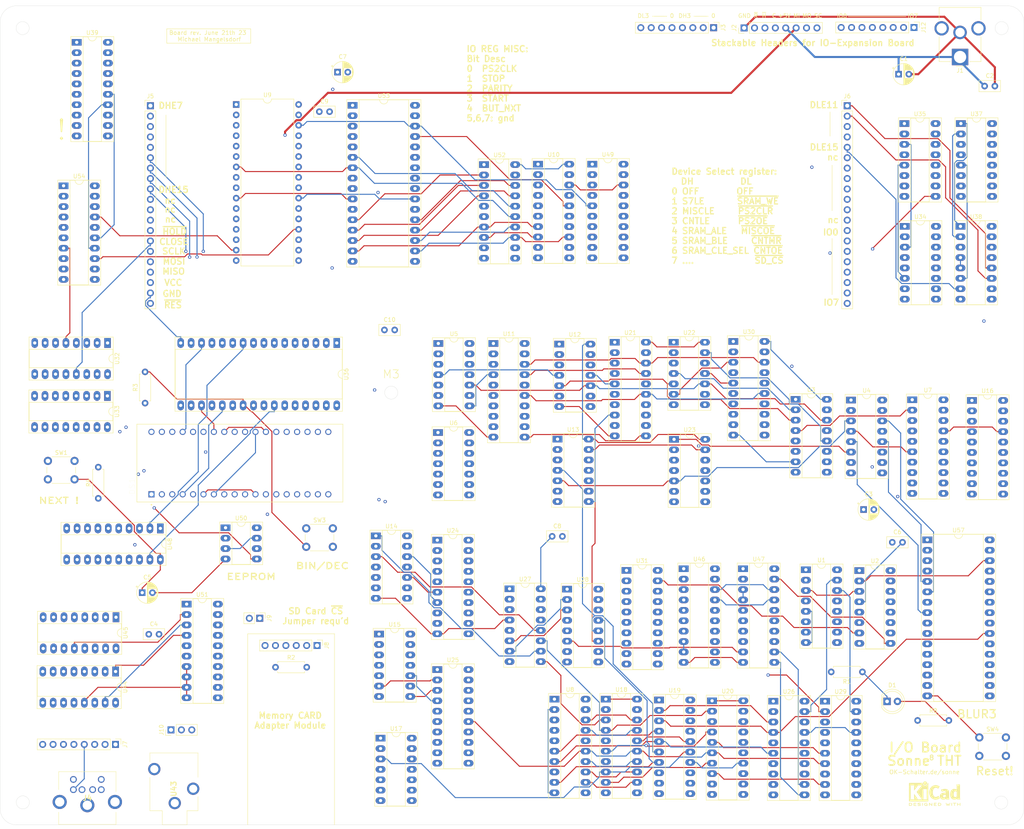
<source format=kicad_pcb>
(kicad_pcb (version 20221018) (generator pcbnew)
  (title_block (title "SONNE Micro-Controller CPU Board") (date "2023-06-21") (rev "Abuladdin") (company "Author: mim@ok-schalter.de (Michael Mangelsdorf)") (comment 1 "http://ok-schalter.de/sonne"))
  (layers (0 "F.Cu" signal) (1 "In1.Cu" signal) (2 "In2.Cu" signal) (31 "B.Cu" signal) (34 "B.Paste" user) (35 "F.Paste" user) (36 "B.SilkS" user "B.Silkscreen") (37 "F.SilkS" user "F.Silkscreen") (38 "B.Mask" user) (39 "F.Mask" user) (44 "Edge.Cuts" user))
  (net 0 "")
  (net 1 "GND")
  (net 2 "Net-(D1-K)")
  (net 3 "/IO7")
  (net 4 "/IO6")
  (net 5 "/IO5")
  (net 6 "/IO4")
  (net 7 "/IO3")
  (net 8 "/IO2")
  (net 9 "/IO1")
  (net 10 "/IO0")
  (net 11 "/SCLK")
  (net 12 "/AD18")
  (net 14 "/~{RES}")
  (net 15 "/DH0")
  (net 16 "/AD16")
  (net 17 "/DH1")
  (net 18 "/DH2")
  (net 19 "/DH3")
  (net 20 "/~{HOLD}")
  (net 21 "/MOSI")
  (net 22 "/MISO")
  (net 23 "/CLOSE")
  (net 24 "/DL0")
  (net 25 "/DL1")
  (net 26 "/DL2")
  (net 27 "/DL3")
  (net 28 "Net-(J7-Pin_2)")
  (net 29 "Net-(J7-Pin_6)")
  (net 30 "/DHE7")
  (net 31 "/DHE8")
  (net 32 "/DHE9")
  (net 33 "/PS2DATA")
  (net 34 "/PS2CLK")
  (net 35 "/RING")
  (net 36 "/SLEEVE")
  (net 37 "/TIP")
  (net 38 "/DHE10")
  (net 39 "/DHE11")
  (net 40 "/DHE12")
  (net 41 "/DHE13")
  (net 42 "/DHE14")
  (net 43 "/BIN_OPC0")
  (net 44 "/BIN_OPC1")
  (net 45 "/BIN_OPC2")
  (net 46 "/BIN_OPC3")
  (net 47 "/SRB")
  (net 48 "/SRA")
  (net 49 "/SLB")
  (net 50 "/SLA")
  (net 51 "/OCB")
  (net 52 "/OCA")
  (net 53 "/IDB")
  (net 54 "/IDA")
  (net 55 "/AGB")
  (net 56 "/AEB")
  (net 57 "/ALB")
  (net 58 "/DHE15")
  (net 59 "/ADD")
  (net 60 "/EOR")
  (net 61 "/IOR")
  (net 62 "/AND")
  (net 63 "VCC")
  (net 64 "/RA1")
  (net 65 "/RB1")
  (net 67 "/RB0")
  (net 68 "/RA0")
  (net 71 "/RA3")
  (net 72 "/RB3")
  (net 73 "/DLE11")
  (net 74 "/RB2")
  (net 75 "/RA2")
  (net 76 "/DLE12")
  (net 77 "/RA5")
  (net 78 "/RB5")
  (net 79 "/DLE13")
  (net 80 "/RB4")
  (net 81 "/RA4")
  (net 82 "/DLE14")
  (net 83 "/DLE15")
  (net 84 "/RA7")
  (net 85 "/RB7")
  (net 87 "/RB6")
  (net 88 "/RA6")
  (net 89 "/AND0")
  (net 90 "/AND1")
  (net 91 "/AND2")
  (net 92 "/AND3")
  (net 93 "/AND4")
  (net 94 "/AND5")
  (net 95 "/AND6")
  (net 96 "/AND7")
  (net 97 "/R7")
  (net 98 "/R6")
  (net 99 "/R5")
  (net 100 "/R4")
  (net 101 "/R3")
  (net 102 "/R2")
  (net 103 "/R1")
  (net 104 "/R0")
  (net 105 "/EOR0")
  (net 106 "/EOR1")
  (net 107 "/EOR2")
  (net 108 "/EOR3")
  (net 109 "/EOR4")
  (net 110 "/EOR5")
  (net 111 "/EOR6")
  (net 112 "/EOR7")
  (net 113 "/NOTRA0")
  (net 114 "/NOTRA1")
  (net 115 "/NOTRA2")
  (net 116 "/NOTRA3")
  (net 117 "/NOTRA4")
  (net 118 "/NOTRA5")
  (net 119 "/NOTRA6")
  (net 120 "/NOTRA7")
  (net 121 "/NOTRB0")
  (net 122 "/NOTRB1")
  (net 123 "/NOTRB2")
  (net 124 "/NOTRB3")
  (net 125 "/NOTRB4")
  (net 126 "/NOTRB5")
  (net 127 "/NOTRB6")
  (net 128 "/NOTRB7")
  (net 129 "/IOR0")
  (net 130 "/IOR1")
  (net 131 "/IOR2")
  (net 132 "/IOR3")
  (net 133 "/IOR4")
  (net 134 "/IOR5")
  (net 135 "/IOR6")
  (net 136 "/IOR7")
  (net 143 "/Q2")
  (net 144 "/Q3")
  (net 145 "/Q4")
  (net 146 "/Q5")
  (net 147 "/Q6")
  (net 148 "/Q0")
  (net 149 "/Q1")
  (net 150 "Net-(J8-Pin_6)")
  (net 151 "/Q7")
  (net 152 "/CYB")
  (net 153 "/E3")
  (net 154 "/E2")
  (net 155 "/E1")
  (net 156 "/E0")
  (net 157 "Net-(U36-A10)")
  (net 158 "Net-(U3-S2)")
  (net 159 "Net-(U3-S1)")
  (net 160 "Net-(U3-C4)")
  (net 161 "Net-(U3-S4)")
  (net 162 "Net-(U3-S3)")
  (net 163 "Net-(U4-S2)")
  (net 164 "Net-(U4-S1)")
  (net 165 "Net-(U16-A0)")
  (net 166 "Net-(U4-S4)")
  (net 167 "Net-(U4-S3)")
  (net 168 "Net-(U49-Q3)")
  (net 169 "Net-(U53-CE)")
  (net 170 "Net-(U27-Oa>b)")
  (net 171 "/~{SD_CS}")
  (net 172 "Net-(U27-Oa=b)")
  (net 173 "/S7D5")
  (net 174 "/S7D4")
  (net 175 "/S7D3")
  (net 176 "/S7D2")
  (net 177 "/S7D1")
  (net 178 "/S7D0")
  (net 179 "/Sa")
  (net 180 "/Sb")
  (net 181 "/Sc")
  (net 182 "/Sd")
  (net 183 "/Se")
  (net 184 "/Sf")
  (net 185 "/Sg")
  (net 186 "/Sdp")
  (net 187 "/S7D7")
  (net 188 "/S7D6")
  (net 189 "/~{SRAM_OE}")
  (net 190 "/~{SRAM_WE}")
  (net 191 "/~{SRAMA_CLR}")
  (net 192 "/SRAM_BLE")
  (net 193 "Net-(U27-Oa<b)")
  (net 194 "Net-(U28-Oa>b)")
  (net 195 "Net-(U28-Oa=b)")
  (net 196 "Net-(U28-Oa<b)")
  (net 201 "/~{CNTMR}")
  (net 202 "/MISCLE")
  (net 203 "/S7LE")
  (net 205 "/CNTLE")
  (net 206 "/~{CNTOE}")
  (net 207 "/~{MISCOE}")
  (net 208 "/~{PS2OE}")
  (net 209 "/~{PS2CLR}")
  (net 210 "/AD14")
  (net 211 "/AD12")
  (net 212 "/AD7")
  (net 214 "/AD6")
  (net 215 "/AD5")
  (net 216 "/AD4")
  (net 217 "/AD3")
  (net 218 "/AD2")
  (net 219 "/AD1")
  (net 220 "/AD0")
  (net 222 "Net-(U44-QH')")
  (net 225 "/AD10")
  (net 226 "/PARITY")
  (net 228 "/AD11")
  (net 229 "/STOP")
  (net 230 "/START")
  (net 237 "/AD9")
  (net 238 "/AD8")
  (net 239 "/AD13")
  (net 240 "/AD17")
  (net 241 "/AD15")
  (net 242 "/SRAM_CLE_SEL")
  (net 244 "/SRAM_ALE")
  (net 245 "/~{EEP_CS}")
  (net 246 "/BUT_NXT")
  (net 247 "/PSB0")
  (net 248 "/PSB1")
  (net 249 "/PSB2")
  (net 250 "/PSB3")
  (net 251 "/PSB4")
  (net 252 "/PSB5")
  (net 253 "/PSB6")
  (net 254 "/PSB7")
  (footprint "Package_DIP:DIP-32_W15.24mm_Socket_LongPads" (layer "F.Cu") (at 282.15 185.1)
    (fp_text reference "U57")
    (fp_text value "27C080")
  )
  (footprint "Connector_BarrelJack:BarrelJack_CUI_PJ-063AH_Horizontal_CircularHoles" (layer "F.Cu") (at 290.15 67.2 180)
    (fp_text reference "J1")
    (fp_text value "Barrel_Jack")
  )
  (footprint "Connector_PinHeader_2.54mm:PinHeader_1x08_P2.54mm_Vertical" (layer "F.Cu") (at 237.425 60.1 90)
    (fp_text reference locked "J2")
    (fp_text value "Conn_01x08_Male" hide)
  )
  (footprint "Connector_PinHeader_2.54mm:PinHeader_1x08_P2.54mm_Vertical" (layer "F.Cu") (at 229.975 60.05 -90)
    (fp_text reference locked "J3")
    (fp_text value "Conn_01x08_Male")
  )
  (footprint "Connector_PinHeader_2.54mm:PinHeader_1x03_P2.54mm_Vertical" (layer "F.Cu") (at 97.475 231.5 90)
    (fp_text reference "J10")
    (fp_text value "Conn_01x03_Male" hide)
  )
  (footprint "Package_DIP:DIP-20_W7.62mm_Socket_LongPads" (layer "F.Cu") (at 229.6 224.4)
    (fp_text reference "U20")
    (fp_text value "74HC245")
  )
  (footprint "Connector_PinHeader_2.54mm:PinHeader_1x02_P2.54mm_Vertical" (layer "F.Cu") (at 119.15 204.25 -90)
    (fp_text reference "J9")
    (fp_text value "Conn_01x02_Male" hide)
  )
  (footprint "Package_DIP:DIP-20_W7.62mm_Socket_LongPads" (layer "F.Cu") (at 101.3 200.8)
    (fp_text reference "U51")
    (fp_text value "74LS574")
  )
  (footprint "Package_DIP:DIP-20_W7.62mm_Socket_LongPads" (layer "F.Cu") (at 234.78 136.655)
    (fp_text reference "U30")
    (fp_text value "74HC245")
  )
  (footprint "Package_DIP:DIP-20_W7.62mm_Socket_LongPads" (layer "F.Cu") (at 222.67 192.155)
    (fp_text reference "U46")
    (fp_text value "74HC245")
  )
  (footprint "Package_DIP:DIP-20_W7.62mm_Socket_LongPads" (layer "F.Cu") (at 173.9 93.475)
    (fp_text reference "U52")
    (fp_text value "74HC273")
  )
  (footprint "Package_DIP:DIP-20_W7.62mm_Socket_LongPads" (layer "F.Cu") (at 237.17 192.155)
    (fp_text reference "U47")
    (fp_text value "74HC245")
  )
  (footprint "Package_DIP:DIP-16_W7.62mm_Socket_LongPads" (layer "F.Cu") (at 290.35 83.45)
    (fp_text reference "U37")
    (fp_text value "74LS138")
  )
  (footprint "Button_Switch_THT:SW_PUSH_6mm_H4.3mm" (layer "F.Cu") (at 294.85 233.35)
    (fp_text reference "SW4")
    (fp_text value "SW_RES")
  )
  (footprint "Package_DIP:DIP-32_W15.24mm" (layer "F.Cu") (at 113.4 78.8)
    (fp_text reference "U9")
    (fp_text value "AS6C4008-55PCN")
  )
  (footprint "Package_DIP:DIP-16_W7.62mm_Socket_LongPads" (layer "F.Cu") (at 180.15 197.05)
    (fp_text reference "U27")
    (fp_text value "74LS85")
  )
  (footprint "Capacitor_THT:CP_Radial_D5.0mm_P2.50mm" (layer "F.Cu") (at 90.45 198)
    (fp_text reference "C5")
    (fp_text value "C_Polarized_Small")
  )
  (footprint "Samacsys:SJ13513N" (layer "F.Cu") (at 98.4 249.3745 90)
    (fp_text reference "U43")
    (fp_text value "SJ1-3513N" hide)
  )
  (footprint "Package_DIP:DIP-20_W7.62mm_Socket_LongPads" (layer "F.Cu") (at 203.65 224)
    (fp_text reference "U18")
    (fp_text value "74HC245")
  )
  (footprint "Package_DIP:DIP-14_W7.62mm_Socket_LongPads" (layer "F.Cu") (at 220.23 136.855)
    (fp_text reference "U22")
    (fp_text value "74LS32")
  )
  (footprint "Connector_PinHeader_2.54mm:PinHeader_1x06_P2.54mm_Vertical" (layer "F.Cu") (at 133.15 210.9 -90)
    (fp_text reference "J8")
    (fp_text value "Conn_01x06_Female" hide)
  )
  (footprint "Package_DIP:DIP-14_W7.62mm_Socket_LongPads" (layer "F.Cu") (at 147.5 184.125)
    (fp_text reference "U14")
    (fp_text value "74AHC04")
  )
  (footprint "CA56-11EWA:LED_CA56-11EWA" (layer "F.Cu") (at 114.3 166.3575 90)
    (fp_text reference "DS1")
    (fp_text value "CA56-11EWA")
  )
  (footprint "Connector_PinHeader_2.54mm:PinHeader_1x08_P2.54mm_Vertical" (layer "F.Cu") (at 83.925 235.05 -90)
    (fp_text reference "J7")
    (fp_text value "Conn_01x08_Male")
  )
  (footprint "LED_THT:LED_D5.0mm" (layer "F.Cu") (at 272.325 224.55)
    (fp_text reference "D1")
    (fp_text value "LED")
  )
  (footprint "Package_DIP:DIP-8_W7.62mm_Socket_LongPads" (layer "F.Cu") (at 110.8 182.15)
    (fp_text reference "U50")
    (fp_text value "25LCxxx")
  )
  (footprint "Package_DIP:DIP-14_W7.62mm_Socket_LongPads" (layer "F.Cu") (at 148.65 233.525)
    (fp_text reference "U17")
    (fp_text value "74AHC04")
  )
  (footprint "Package_DIP:DIP-20_W7.62mm_Socket_LongPads" (layer "F.Cu") (at 74.455 63.615)
    (fp_text reference "U39")
    (fp_text value "74LS573")
  )
  (footprint "Button_Switch_THT:SW_PUSH_6mm_H4.3mm" (layer "F.Cu") (at 67.425 165.825)
    (fp_text reference "SW1")
    (fp_text value "SW_RES")
  )
  (footprint "Resistor_THT:R_Axial_DIN0207_L6.3mm_D2.5mm_P7.62mm_Horizontal" (layer "F.Cu") (at 91.15 151.71 90)
    (fp_text reference "R3")
    (fp_text value "R_Small")
  )
  (footprint "Resistor_THT:R_Axial_DIN0207_L6.3mm_D2.5mm_P7.62mm_Horizontal" (layer "F.Cu") (at 123 216.2)
    (fp_text reference "R2")
    (fp_text value "100 Ohm")
  )
  (footprint "Capacitor_THT:C_Disc_D5.0mm_W2.5mm_P2.50mm" (layer "F.Cu") (at 149.6 133.85)
    (fp_text reference "C10")
    (fp_text value "C_Small")
  )
  (footprint "Package_DIP:DIP-14_W7.62mm_Socket_LongPads" (layer "F.Cu") (at 191.86 160.51)
    (fp_text reference "U13")
    (fp_text value "74LS86")
  )
  (footprint "Capacitor_THT:C_Disc_D5.0mm_W2.5mm_P2.50mm" (layer "F.Cu") (at 273.6 185.7)
    (fp_text reference "C6")
    (fp_text value "C_Small")
  )
  (footprint "Package_DIP:DIP-16_W7.62mm_Socket_LongPads" (layer "F.Cu") (at 83.95 217.25 -90)
    (fp_text reference "U44")
    (fp_text value "74HC595")
  )
  (footprint "Package_DIP:DIP-20_W7.62mm_Socket_LongPads" (layer "F.Cu") (at 162.5 185.175)
    (fp_text reference "U24")
    (fp_text value "74HC245")
  )
  (footprint "Package_DIP:DIP-16_W7.62mm_Socket_LongPads" (layer "F.Cu") (at 194.2 197.14)
    (fp_text reference "U28")
    (fp_text value "74LS85")
  )
  (footprint "Connector_PinHeader_2.54mm:PinHeader_1x20_P2.54mm_Vertical" (layer "F.Cu") (at 262.6 79.1)
    (fp_text reference "J6")
    (fp_text value "Conn_01x20_Male" hide)
  )
  (footprint "Capacitor_THT:C_Disc_D5.0mm_W2.5mm_P2.50mm" (layer "F.Cu") (at 133.7 80.55)
    (fp_text reference "C9")
    (fp_text value "C_Small")
  )
  (footprint "Package_DIP:DIP-14_W7.62mm_Socket_LongPads" (layer "F.Cu") (at 220.31 160.56)
    (fp_text reference "U23")
    (fp_text value "74LS32")
  )
  (footprint "Samacsys:KMDGX6SBS" (layer "F.Cu") (at 78.35 246.1 180)
    (fp_text reference "J4")
    (fp_text value "KMDGX-6S-BS" hide)
  )
  (footprint "Package_DIP:DIP-16_W7.62mm_Socket_LongPads" (layer "F.Cu") (at 263.52 150.97)
    (fp_text reference "U4")
    (fp_text value "74LS283")
  )
  (footprint "Capacitor_THT:CP_Radial_D5.0mm_P2.50mm" (layer "F.Cu") (at 266.5949 177.7)
    (fp_text reference "C3")
    (fp_text value "C_Polarized_Small")
  )
  (footprint "Package_DIP:DIP-16_W7.62mm_Socket_LongPads" (layer "F.Cu") (at 250 150.8)
    (fp_text reference "U3")
    (fp_text value "74LS283")
  )
  (footprint "Package_DIP:DIP-20_W7.62mm_Socket_LongPads" (layer "F.Cu") (at 94.875 182.3 -90)
    (fp_text reference "U48")
    (fp_text value "74HC273")
  )
  (footprint "Package_DIP:DIP-20_W7.62mm_Socket_LongPads" (layer "F.Cu") (at 244.55 224.5)
    (fp_text reference "U26")
    (fp_text value "74HC245")
  )
  (footprint "Resistor_THT:R_Axial_DIN0207_L6.3mm_D2.5mm_P7.62mm_Horizontal" (layer "F.Cu") (at 79.725 174.97 90)
    (fp_text reference "R4")
    (fp_text value "1k")
  )
  (footprint "Package_DIP:DIP-16_W7.62mm_Socket_LongPads" (layer "F.Cu") (at 276.55 83.45)
    (fp_text reference "U35")
    (fp_text value "74HC238")
  )
  (footprint "Package_DIP:DIP-16_W7.62mm_Socket_LongPads" (layer "F.Cu") (at 252.5 192.4)
    (fp_text reference "U1")
    (fp_text value "74LS138")
  )
  (footprint "Resistor_THT:R_Axial_DIN0207_L6.3mm_D2.5mm_P7.62mm_Horizontal" (layer "F.Cu") (at 266.31 217.35 180)
    (fp_text reference "R1")
    (fp_text value "220")
  )
  (footprint "Package_DIP:DIP-20_W7.62mm_Socket_LongPads" (layer "F.Cu") (at 208.7 192.56)
    (fp_text reference "U31")
    (fp_text value "74HC245")
  )
  (footprint "Package_DIP:DIP-20_W7.62mm_Socket_LongPads" (layer "F.Cu") (at 200.35 93.375)
    (fp_text reference "U49")
    (fp_text value "74HC273")
  )
  (footprint "Capacitor_THT:CP_Radial_D5.0mm_P2.50mm" (layer "F.Cu") (at 138.1449 70.9)
    (fp_text reference "C7")
    (fp_text value "C_Polarized_Small")
  )
  (footprint "Package_DIP:DIP-14_W7.62mm_Socket_LongPads" (layer "F.Cu") (at 192.28 137.305)
    (fp_text reference "U12")
    (fp_text value "74LS86")
  )
  (footprint "Package_DIP:DIP-20_W7.62mm_Socket_LongPads" (layer "F.Cu") (at 293.05 151.06)
    (fp_text reference "U16")
    (fp_text value "74HC245")
  )
  (footprint "Package_DIP:DIP-16_W7.62mm_Socket_LongPads" (layer "F.Cu") (at 81.95 149.95 -90)
    (fp_text reference "U33")
    (fp_text value "74HC238")
  )
  (footprint "Package_DIP:DIP-20_W7.62mm_Socket_LongPads" (layer "F.Cu") (at 71.25 98.65)
    (fp_text reference "U54")
    (fp_text value "74LS574")
  )
  (footprint "Package_DIP:DIP-14_W7.62mm_Socket_LongPads" (layer "F.Cu") (at 148.28 208.11)
    (fp_text reference "U15")
    (fp_text value "74AHC04")
  )
  (footprint "Package_DIP:DIP-32_W15.24mm_Socket_LongPads" (layer "F.Cu") (at 141.825 79)
    (fp_text reference "U53")
    (fp_text value "SST39SF040")
  )
  (footprint "Connector_PinHeader_2.54mm:PinHeader_1x08_P2.54mm_Vertical" (layer "F.Cu") (at 278.9 60 -90)
    (fp_text reference "J12")
    (fp_text value "Conn_01x08_Male" hide)
  )
  (footprint "Package_DIP:DIP-16_W7.62mm_Socket_LongPads" (layer "F.Cu") (at 81.99 137.02 -90)
    (fp_text reference "U32")
    (fp_text value "74HC590")
  )
  (footprint "Capacitor_THT:C_Disc_D5.0mm_W2.5mm_P2.50mm" (layer "F.Cu") (at 92.0551 208.15)
    (fp_text reference "C4")
    (fp_text value "C_Small")
  )
  (footprint "Package_DIP:DIP-32_W15.24mm_Socket_LongPads" (layer "F.Cu") (at 137.95 137.025 -90)
    (fp_text reference "U36")
    (fp_text value "SST39SF040")
  )
  (footprint "Package_DIP:DIP-16_W7.62mm_Socket_LongPads" (layer "F.Cu") (at 276.65 108.55)
    (fp_text reference "U34")
    (fp_text value "74HC238")
  )
  (footprint "Capacitor_THT:C_Disc_D5.0mm_W2.5mm_P2.50mm" (layer "F.Cu") (at 296.15 74.3)
    (fp_text reference "C2")
    (fp_text value "C_Small")
  )
  (footprint "Package_DIP:DIP-14_W7.62mm_Socket_LongPads" (layer "F.Cu") (at 162.75 137.15)
    (fp_text reference "U5")
    (fp_text value "74LS08")
  )
  (footprint "Package_DIP:DIP-20_W7.62mm_Socket_LongPads" (layer "F.Cu") (at 216.65 224.2)
    (fp_text reference "U19")
    (fp_text value "74HC245")
  )
  (footprint "Package_DIP:DIP-16_W7.62mm_Socket_LongPads" (layer "F.Cu") (at 265.55 192.6)
    (fp_text reference "U2")
    (fp_text value "74LS138")
  )
  (footprint "Package_DIP:DIP-20_W7.62mm_Socket_LongPads" (layer "F.Cu") (at 205.83 136.855)
    (fp_text reference "U21")
    (fp_text value "74HC245")
  )
  (footprint "Package_DIP:DIP-20_W7.62mm_Socket_LongPads" (layer "F.Cu") (at 162.5 216.775)
    (fp_text reference "U25")
    (fp_text value "74HC245")
  )
  (footprint "Button_Switch_THT:SW_PUSH_6mm_H4.3mm" (layer "F.Cu") (at 130.5 182.3)
    (fp_text reference "SW3")
    (fp_text value "SW_BINDEC")
  )
  (footprint "Package_DIP:DIP-20_W7.62mm_Socket_LongPads" (layer "F.Cu") (at 176.2 137.15)
    (fp_text reference "U11")
    (fp_text value "74HC245")
  )
  (footprint "Package_DIP:DIP-14_W7.62mm_Socket_LongPads" (layer "F.Cu") (at 162.67 158.895)
    (fp_text reference "U6")
    (fp_text value "74LS08")
  )
  (footprint "Package_DIP:DIP-20_W7.62mm_Socket_LongPads" (layer "F.Cu") (at 257.18 224.505)
    (fp_text reference "U29")
    (fp_text value "74HC245")
  )
  (footprint "Package_DIP:DIP-16_W7.62mm_Socket_LongPads" (layer "F.Cu") (at 84.05 204 -90)
    (fp_text reference "U45")
    (fp_text value "74HC595")
  )
  (footprint "Connector_PinHeader_2.54mm:PinHeader_1x20_P2.54mm_Vertical" (layer "F.Cu") (at 92.45 79.1)
    (fp_text reference "J5")
    (fp_text value "Conn_01x20_Male" hide)
  )
  (footprint "Symbol:KiCad-Logo2_5mm_SilkScreen" (layer "F.Cu") (at 283.95 247.05)
    (fp_text reference "REF**LOGO" hide)
    (fp_text value "KiCad-Logo2_5mm_SilkScreen" hide)
  )
  (footprint "Capacitor_THT:C_Disc_D5.0mm_W2.5mm_P2.50mm" (layer "F.Cu") (at 190.55 184.25)
    (fp_text reference "C8")
    (fp_text value "C_Small")
  )
  (footprint "Resistor_THT:R_Axial_DIN0207_L6.3mm_D2.5mm_P7.62mm_Horizontal" (layer "F.Cu") (at 279.79 229.2)
    (fp_text reference "R8")
    (fp_text value "1k")
  )
  (footprint "Package_DIP:DIP-20_W7.62mm_Socket_LongPads" (layer "F.Cu") (at 191.1 224)
    (fp_text reference "U8")
    (fp_text value "74HC245")
  )
  (footprint "Package_DIP:DIP-20_W7.62mm_Socket_LongPads" (layer "F.Cu") (at 278.47 150.895)
    (fp_text reference "U7")
    (fp_text value "74HC245")
  )
  (footprint "Capacitor_THT:CP_Radial_D5.0mm_P2.50mm" (layer "F.Cu") (at 275.1449 71.4)
    (fp_text reference "C1")
    (fp_text value "C_Polarized_Small")
  )
  (footprint "Package_DIP:DIP-20_W7.62mm_Socket_LongPads" (layer "F.Cu") (at 187.1 93.375)
    (fp_text reference "U10")
    (fp_text value "74HC273")
  )
  (footprint "Package_DIP:DIP-16_W7.62mm_Socket_LongPads" (layer "F.Cu") (at 290.25 108.55)
    (fp_text reference "U38")
    (fp_text value "74LS138")
  )
  (gr_line locked (start 116.95 60.325) (end 96.45 60.325) (stroke (width 0.12)) (layer "F.SilkS"))
  (gr_line (start 96.25 81.375) (end 96.25 96.7) (stroke (width 0.12)) (layer "F.SilkS"))
  (gr_line (start 137.4 208.05) (end 137.4 254.7) (stroke (width 0.12)) (layer "F.SilkS"))
  (gr_line (start 116.2 208.05) (end 137.4 208.05) (stroke (width 0.12)) (layer "F.SilkS"))
  (gr_line locked (start 225.15 57.25) (end 228.65 57.25) (stroke (width 0.12)) (layer "F.SilkS"))
  (gr_line (start 258.9 111.525) (end 258.9 125.225) (stroke (width 0.12)) (layer "F.SilkS"))
  (gr_line locked (start 116.95 63.825) (end 116.95 60.325) (stroke (width 0.12)) (layer "F.SilkS"))
  (gr_line locked (start 96.45 63.825) (end 116.95 63.825) (stroke (width 0.12)) (layer "F.SilkS"))
  (gr_line locked (start 96.45 60.325) (end 96.45 63.825) (stroke (width 0.12)) (layer "F.SilkS"))
  (gr_line (start 116.2 254.7) (end 116.2 208.05) (stroke (width 0.12)) (layer "F.SilkS"))
  (gr_line (start 258.4 80.625) (end 258.4 86.525) (stroke (width 0.12)) (layer "F.SilkS"))
  (gr_line locked (start 215.05 57.25) (end 218.55 57.25) (stroke (width 0.12)) (layer "F.SilkS"))
  (gr_line (start 258.9 93.625) (end 258.9 104.725) (stroke (width 0.12)) (layer "F.SilkS"))
  (gr_line (start 262.85 57.3075) (end 276.95 57.3075) (stroke (width 0.12)) (layer "F.SilkS"))
  (gr_circle locked (center 300.2 249.25) (end 301.8 249.25) (stroke (width 0.05)) (fill none) (layer "Edge.Cuts"))
  (gr_circle locked (center 61.3 249.2) (end 62.9 249.2) (stroke (width 0.05)) (fill none) (layer "Edge.Cuts"))
  (gr_circle locked (center 151.25 149.15) (end 152.85 149.15) (stroke (width 0.05)) (fill none) (layer "Edge.Cuts"))
  (gr_line locked (start 55.75 230.7) (end 55.75 58.7) (stroke (width 0.05)) (layer "Edge.Cuts"))
  (gr_line locked (start 305.75 230.7) (end 305.75 58.7) (stroke (width 0.05)) (layer "Edge.Cuts"))
  (gr_line locked (start 251.75 54.7) (end 301.75 54.7) (stroke (width 0.05)) (layer "Edge.Cuts"))
  (gr_circle locked (center 300.3 60.15) (end 301.9 60.15) (stroke (width 0.05)) (fill none) (layer "Edge.Cuts"))
  (gr_line locked (start 59.75 254.7) (end 251.75 254.7) (stroke (width 0.05)) (layer "Edge.Cuts"))
  (gr_arc locked (start 305.75 250.7) (mid 304.578427 253.528427) (end 301.75 254.7) (stroke (width 0.05)) (layer "Edge.Cuts"))
  (gr_arc locked (start 59.75 254.7) (mid 56.921573 253.528427) (end 55.75 250.7) (stroke (width 0.05)) (layer "Edge.Cuts"))
  (gr_line locked (start 251.75 254.7) (end 301.75 254.7) (stroke (width 0.05)) (layer "Edge.Cuts"))
  (gr_line locked (start 59.75 54.7) (end 251.75 54.7) (stroke (width 0.05)) (layer "Edge.Cuts"))
  (gr_line (start 55.75 230.7) (end 55.75 250.7) (stroke (width 0.05)) (layer "Edge.Cuts"))
  (gr_line (start 305.75 230.7) (end 305.75 250.7) (stroke (width 0.05)) (layer "Edge.Cuts"))
  (gr_arc locked (start 301.75 54.7) (mid 304.578427 55.871573) (end 305.75 58.7) (stroke (width 0.05)) (layer "Edge.Cuts"))
  (gr_circle locked (center 61.25 60.15) (end 62.85 60.15) (stroke (width 0.05)) (fill none) (layer "Edge.Cuts"))
  (gr_arc locked (start 55.75 58.7) (mid 56.921573 55.871573) (end 59.75 54.7) (stroke (width 0.05)) (layer "Edge.Cuts"))
  (gr_text "Sonne THT" (at 281.45 239.05) (layer "F.SilkS") (effects (font (size 2.3 2.3) (thickness 0.4))))
  (gr_text "M3" (at 151.25 144.65) (layer "F.SilkS") (effects (font (size 2 2))))
  (gr_text "Memory CARD\nAdapter Module" (at 126.6 229.2) (layer "F.SilkS") (effects (font (size 1.5 1.5) (thickness 0.3))))
  (gr_text "IO7" (at 278.6 57.2) (layer "F.SilkS") (effects (font (size 1 1))))
  (gr_text "GND" (at 237.5 57.1425) (layer "F.SilkS") (effects (font (size 1 1))))
  (gr_text "MI" (at 250.25 57.1425) (layer "F.SilkS") (effects (font (size 1 1))))
  (gr_text "DLE11" (at 256.925 78.9) (layer "F.SilkS") (effects (font (size 1.5 1.5) (thickness 0.3))))
  (gr_text "C" (at 244.75 57.1425) (layer "F.SilkS") (effects (font (size 1 1))))
  (gr_text "0" (at 229.9 57.1425) (layer "F.SilkS") (effects (font (size 1 1))))
  (gr_text "nc" (at 259.075 91.675) (layer "F.SilkS") (effects (font (size 1.5 1.5) (thickness 0.3))))
  (gr_text "~{H}" (at 242.3 57.1425) (layer "F.SilkS") (effects (font (size 1 1))))
  (gr_text "~{R}" (at 240.3 57.1425) (layer "F.SilkS") (effects (font (size 1 1))))
  (gr_text "SD Card ~{CS}\nJumper requ'd" (at 132.825 203.7) (layer "F.SilkS") (effects (font (size 1.5 1.5) (thickness 0.3))))
  (gr_text "NEXT !" (at 70.1 175.525) (layer "F.SilkS") (effects (font (size 1.5 2) (thickness 0.3))))
  (gr_text "8" (at 283.2 238.3) (layer "F.SilkS") (effects (font (size 1.2 1.2) (thickness 0.2))))
  (gr_text "+5V" (at 247.25 57.1425) (layer "F.SilkS") (effects (font (size 1 1))))
  (gr_text "Reset!" (at 298.6 241.55) (layer "F.SilkS") (effects (font (size 2 2) (thickness 0.3))))
  (gr_text "nc" (at 97.35 106.825) (layer "F.SilkS") (effects (font (size 1.5 1.5) (thickness 0.3))))
  (gr_text "DLE15" (at 256.95 89.225) (layer "F.SilkS") (effects (font (size 1.5 1.5) (thickness 0.3))))
  (gr_text "DHE15" (at 98.1 99.6) (layer "F.SilkS") (effects (font (size 1.5 1.5) (thickness 0.3))))
  (gr_text "SC" (at 255.5 57.1425) (layer "F.SilkS") (effects (font (size 1 1))))
  (gr_text "SCLK" (at 98.175 114.625) (layer "F.SilkS") (effects (font (size 1.5 1.5) (thickness 0.3))))
  (gr_text "Device Select register:\n  DH          DL\n0 OFF        OFF\n1 S7LE       ~{SRAM_WE}\n2 MISCLE     ~{PS2CLR}\n3 CNTLE      ~{PS2OE}\n4 SRAM_ALE   ~{MISCOE}\n5 SRAM_BLE     ~{CNTMR}\n6 SRAM_CLE_SEL ~{CNTOE}\n7 ....             ~{SD_CS}\n" (at 219.525 106.025) (layer "F.SilkS") (effects (font (size 1.5 1.5) (thickness 0.3)) (justify left)))
  (gr_text "DHE7" (at 97.4 79.075) (layer "F.SilkS") (effects (font (size 1.5 1.5) (thickness 0.3))))
  (gr_text "0" (at 219.8 57.1425) (layer "F.SilkS") (effects (font (size 1 1))))
  (gr_text "nc" (at 97.275 104.4) (layer "F.SilkS") (effects (font (size 1.5 1.5) (thickness 0.3))))
  (gr_text "Stackable Headers for IO-Expansion Board" (at 254.2 63.75) (layer "F.SilkS") (effects (font (size 1.5 1.5) (thickness 0.3))))
  (gr_text "IO REG MISC:\nBit Desc\n0  PS2CLK\n1  STOP\n2  PARITY\n3  START\n4  BUT_NXT\n5,6,7: gnd" (at 169.5 73.675) (layer "F.SilkS") (effects (font (size 1.5 1.5) (thickness 0.3)) (justify left)))
  (gr_text "IO7" (at 258.7 127.15) (layer "F.SilkS") (effects (font (size 1.5 1.5) (thickness 0.3))))
  (gr_text "nc" (at 97.275 102.25) (layer "F.SilkS") (effects (font (size 1.5 1.5) (thickness 0.3))))
  (gr_text "MOSI" (at 98.225 117.125) (layer "F.SilkS") (effects (font (size 1.5 1.5) (thickness 0.3))))
  (gr_text "!" (at 69.35 85) (layer "F.SilkS") (effects (font (size 5 5) (thickness 0.3)) (justify left)))
  (gr_text "~{RES}" (at 97.95 127.775) (layer "F.SilkS") (effects (font (size 1.5 1.5) (thickness 0.3))))
  (gr_text "CLOSE" (at 98.175 112.3) (layer "F.SilkS") (effects (font (size 1.5 1.5) (thickness 0.3))))
  (gr_text "MO" (at 252.75 57.1425) (layer "F.SilkS") (effects (font (size 1 1))))
  (gr_text "BLUR3" (at 294.275 227.65) (layer "F.SilkS") (effects (font (size 2 2) (thickness 0.3))))
  (gr_text "nc" (at 259.15 106.975) (layer "F.SilkS") (effects (font (size 1.5 1.5) (thickness 0.3))))
  (gr_text "BIN/DEC" (at 134.45 191.45) (layer "F.SilkS") (effects (font (size 1.5 2) (thickness 0.3))))
  (gr_text "DH3" (at 222.9 57.1425) (layer "F.SilkS") (effects (font (size 1 1))))
  (gr_text "EEPROM" (at 117.05 194.1) (layer "F.SilkS") (effects (font (size 1.5 2) (thickness 0.3))))
  (gr_text "IO0" (at 261.3 57.2) (layer "F.SilkS") (effects (font (size 1 1))))
  (gr_text "~{HOLD}" (at 98.35 109.85) (layer "F.SilkS") (effects (font (size 1.5 1.5) (thickness 0.3))))
  (gr_text "VCC" (at 98.025 122.3) (layer "F.SilkS") (effects (font (size 1.5 1.5) (thickness 0.3))))
  (gr_text "I/O Board" (at 281.7 235.8) (layer "F.SilkS") (effects (font (size 2.3 2.3) (thickness 0.4))))
  (gr_text "IO0" (at 258.575 110) (layer "F.SilkS") (effects (font (size 1.5 1.5) (thickness 0.3))))
  (gr_text "MISO" (at 98.125 119.55) (layer "F.SilkS") (effects (font (size 1.5 1.5) (thickness 0.3))))
  (gr_text "GND" (at 97.75 125) (layer "F.SilkS") (effects (font (size 1.5 1.5) (thickness 0.3))))
  (gr_text "DL3" (at 212.8 57.1425) (layer "F.SilkS") (effects (font (size 1 1))))
  (gr_text "OK-Schalter.de/sonne" (at 281.45 241.8) (layer "F.SilkS") (effects (font (size 1 1))))
  (gr_text "Board rev. June 21th 23\n Michael Mangelsdorf" (at 106.45 62.075) (layer "F.SilkS") (effects (font (size 1 1))))
  (segment (start 286.325 57.375) (end 290.15 61.2) (width 0.5) (layer "F.Cu") (net 1))
  (segment (start 162.5 208.035) (end 164.0253 208.035) (width 0.25) (layer "F.Cu") (net 1))
  (segment (start 147.5 199.365) (end 152.3047 199.365) (width 0.25) (layer "F.Cu") (net 1))
  (segment (start 176.5297 206.765) (end 165.2953 206.765) (width 0.25) (layer "F.Cu") (net 1))
  (segment (start 225.3858 213.8245) (end 224.1953 215.015) (width 0.25) (layer "F.Cu") (net 1))
  (segment (start 298.65 74.3) (end 298.65 69.7) (width 0.5) (layer "F.Cu") (net 1))
  (segment (start 298.65 69.7) (end 290.15 61.2) (width 0.5) (layer "F.Cu") (net 1))
  (segment (start 178.6247 204.67) (end 176.5297 206.765) (width 0.25) (layer "F.Cu") (net 1))
  (segment (start 237.425 60.1) (end 240.15 57.375) (width 0.5) (layer "F.Cu") (net 1))
  (segment (start 162.5 208.035) (end 160.9747 208.035) (width 0.25) (layer "F.Cu") (net 1))
  (segment (start 180.15 204.67) (end 178.6247 204.67) (width 0.25) (layer "F.Cu") (net 1))
  (segment (start 205.83 159.715) (end 204.3047 159.715) (width 0.25) (layer "F.Cu") (net 1))
  (segment (start 167.0547 152.39) (end 174.6747 160.01) (width 0.25) (layer "F.Cu") (net 1))
  (segment (start 152.3047 199.365) (end 160.9747 208.035) (width 0.25) (layer "F.Cu") (net 1))
  (segment (start 222.67 215.015) (end 224.1953 215.015) (width 0.25) (layer "F.Cu") (net 1))
  (segment (start 290.15 61.2) (end 279.95 71.4) (width 0.5) (layer "F.Cu") (net 1))
  (segment (start 204.3047 159.715) (end 197.1347 152.545) (width 0.25) (layer "F.Cu") (net 1))
  (segment (start 284.7 223.2) (end 282.15 223.2) (width 0.25) (layer "F.Cu") (net 1))
  (segment (start 165.2953 206.765) (end 164.0253 208.035) (width 0.25) (layer "F.Cu") (net 1))
  (segment (start 162.75 152.39) (end 167.0547 152.39) (width 0.25) (layer "F.Cu") (net 1))
  (segment (start 197.1347 152.545) (end 192.28 152.545) (width 0.25) (layer "F.Cu") (net 1))
  (segment (start 92.95 198) (end 102.57 198) (width 0.25) (layer "F.Cu") (net 1))
  (segment (start 176.2 160.01) (end 174.6747 160.01) (width 0.25) (layer "F.Cu") (net 1))
  (segment (start 235.6447 215.015) (end 234.4542 213.8245) (width 0.25) (layer "F.Cu") (net 1))
  (segment (start 237.17 215.015) (end 235.6447 215.015) (width 0.25) (layer "F.Cu") (net 1))
  (segment (start 234.4542 213.8245) (end 225.3858 213.8245) (width 0.25) (layer "F.Cu") (net 1))
  (segment (start 102.57 198) (end 110.8 189.77) (width 0.25) (layer "F.Cu") (net 1))
  (segment (start 101.3 223.66) (end 101.3 216.04) (width 0.25) (layer "F.Cu") (net 1))
  (segment (start 279.95 71.4) (end 277.6449 71.4) (width 0.5) (layer "F.Cu") (net 1))
  (segment (start 240.15 57.375) (end 286.325 57.375) (width 0.5) (layer "F.Cu") (net 1))
  (segment (start 294.85 233.35) (end 284.7 223.2) (width 0.25) (layer "F.Cu") (net 1))
  (segment (start 76.33 224.42) (end 79.63 221.12) (width 0.25) (layer "F.Cu") (net 1))
  (segment (start 79.63 221.12) (end 101.3 221.12) (width 0.25) (layer "F.Cu") (net 1))
  (segment (start 234.78 159.515) (end 236.3053 159.515) (width 0.25) (layer "B.Cu") (net 1))
  (segment (start 191.1 246.86) (end 189.5747 246.86) (width 0.25) (layer "B.Cu") (net 1))
  (segment (start 252.5 210.18) (end 254.0253 210.18) (width 0.25) (layer "B.Cu") (net 1))
  (segment (start 191.1 226.54) (end 189.5747 226.54) (width 0.25) (layer "B.Cu") (net 1))
  (segment (start 98.8967 135.4997) (end 91.2747 127.8777) (width 0.25) (layer "B.Cu") (net 1))
  (segment (start 91.2747 127.8777) (end 91.2747 126.8032) (width 0.25) (layer "B.Cu") (net 1))
  (segment (start 92.0826 125.9953) (end 92.45 125.9953) (width 0.25) (layer "B.Cu") (net 1))
  (segment (start 254.0253 210.18) (end 254.0253 202.56) (width 0.25) (layer "B.Cu") (net 1))
  (segment (start 92.45 124.82) (end 92.45 125.9953) (width 0.25) (layer "B.Cu") (net 1))
  (segment (start 91.2747 126.8032) (end 92.0826 125.9953) (width 0.25) (layer "B.Cu") (net 1))
  (segment (start 290.25 118.71) (end 290.25 116.17) (width 0.25) (layer "B.Cu") (net 1))
  (segment (start 265.55 200.22) (end 267.0753 200.22) (width 0.25) (layer "B.Cu") (net 1))
  (segment (start 252.5 202.56) (end 254.0253 202.56) (width 0.25) (layer "B.Cu") (net 1))
  (segment (start 99.85 137.025) (end 99.85 135.4997) (width 0.25) (layer "B.Cu") (net 1))
  (segment (start 276.1 185.7) (end 267.0753 194.7247) (width 0.25) (layer "B.Cu") (net 1))
  (segment (start 267.0753 194.7247) (end 267.0753 200.22) (width 0.25) (layer "B.Cu") (net 1))
  (segment (start 99.85 135.4997) (end 98.8967 135.4997) (width 0.25) (layer "B.Cu") (net 1))
  (segment (start 236.3053 159.515) (end 242.8303 166.04) (width 0.25) (layer "B.Cu") (net 1))
  (segment (start 242.8303 166.04) (end 250 166.04) (width 0.25) (layer "B.Cu") (net 1))
  (segment (start 189.5747 226.54) (end 189.5747 246.86) (width 0.25) (layer "B.Cu") (net 1))
  (segment (start 272.325 224.55) (end 272.325 223.3247) (width 0.25) (layer "B.Cu") (net 2))
  (segment (start 266.31 217.35) (end 272.2847 223.3247) (width 0.25) (layer "B.Cu") (net 2))
  (segment (start 272.2847 223.3247) (end 272.325 223.3247) (width 0.25) (layer "B.Cu") (net 2))
  (segment (start 158.5903 106.94) (end 168.1413 97.389) (width 0.25) (layer "F.Cu") (net 3))
  (segment (start 178.8287 97.389) (end 179.9947 98.555) (width 0.25) (layer "F.Cu") (net 3))
  (segment (start 197.4358 99.6455) (end 205.2542 99.6455) (width 0.25) (layer "F.Cu") (net 3))
  (segment (start 205.2542 99.6455) (end 206.4447 98.455) (width 0.25) (layer "F.Cu") (net 3))
  (segment (start 181.52 98.555) (end 179.9947 98.555) (width 0.25) (layer "F.Cu") (net 3))
  (segment (start 157.065 106.94) (end 158.5903 106.94) (width 0.25) (layer "F.Cu") (net 3))
  (segment (start 194.72 98.455) (end 196.2453 98.455) (width 0.25) (layer "F.Cu") (net 3))
  (segment (start 196.2453 98.455) (end 197.4358 99.6455) (width 0.25) (layer "F.Cu") (net 3))
  (segment (start 168.1413 97.389) (end 178.8287 97.389) (width 0.25) (layer "F.Cu") (net 3))
  (segment (start 207.97 98.455) (end 206.4447 98.455) (width 0.25) (layer "F.Cu") (net 3))
  (via (at 88.6569 186.3005) (size 0.8) (drill 0.4) (layers "F.Cu" "B.Cu") (net 3))
  (segment (start 100.828 115.9636) (end 101.5018 115.2898) (width 0.25) (layer "F.Cu") (net 4))
  (segment (start 80.8617 115.9636) (end 100.828 115.9636) (width 0.25) (layer "F.Cu") (net 4))
  (segment (start 128.64 109.28) (end 127.5147 109.28) (width 0.25) (layer "F.Cu") (net 4))
  (segment (start 104.8755 115.2898) (end 105.1159 115.5302) (width 0.25) (layer "F.Cu") (net 4))
  (segment (start 121.2645 115.5302) (end 127.5147 109.28) (width 0.25) (layer "F.Cu") (net 4))
  (segment (start 157.065 109.48) (end 158.5903 109.48) (width 0.25) (layer "F.Cu") (net 4))
  (segment (start 178.8042 99.9045) (end 179.9947 101.095) (width 0.25) (layer "F.Cu") (net 4))
  (segment (start 80.3953 116.43) (end 80.8617 115.9636) (width 0.25) (layer "F.Cu") (net 4))
  (segment (start 168.1658 99.9045) (end 178.8042 99.9045) (width 0.25) (layer "F.Cu") (net 4))
  (segment (start 101.5018 115.2898) (end 104.8755 115.2898) (width 0.25) (layer "F.Cu") (net 4))
  (segment (start 78.87 116.43) (end 80.3953 116.43) (width 0.25) (layer "F.Cu") (net 4))
  (segment (start 158.5903 109.48) (end 168.1658 99.9045) (width 0.25) (layer "F.Cu") (net 4))
  (segment (start 105.1159 115.5302) (end 121.2645 115.5302) (width 0.25) (layer "F.Cu") (net 4))
  (segment (start 181.52 101.095) (end 179.9947 101.095) (width 0.25) (layer "F.Cu") (net 4))
  (segment (start 78.87 113.89) (end 77.3447 113.89) (width 0.25) (layer "B.Cu") (net 5))
  (segment (start 77.3447 113.89) (end 77.3447 82.06) (width 0.25) (layer "B.Cu") (net 5))
  (segment (start 160.6253 109.985) (end 178.7247 109.985) (width 0.25) (layer "B.Cu") (net 5))
  (segment (start 158.5903 112.02) (end 160.6253 109.985) (width 0.25) (layer "B.Cu") (net 5))
  (segment (start 181.52 108.715) (end 179.9947 108.715) (width 0.25) (layer "B.Cu") (net 5))
  (segment (start 77.3447 82.06) (end 80.5497 78.855) (width 0.25) (layer "B.Cu") (net 5))
  (segment (start 82.075 78.855) (end 80.5497 78.855) (width 0.25) (layer "B.Cu") (net 5))
  (segment (start 157.065 112.02) (end 158.5903 112.02) (width 0.25) (layer "B.Cu") (net 5))
  (segment (start 178.7247 109.985) (end 179.9947 108.715) (width 0.25) (layer "B.Cu") (net 5))
  (segment (start 183.0453 111.255) (end 184.0734 112.2831) (width 0.25) (layer "F.Cu") (net 6))
  (segment (start 194.72 111.155) (end 193.1947 111.155) (width 0.25) (layer "F.Cu") (net 6))
  (segment (start 181.52 111.255) (end 183.0453 111.255) (width 0.25) (layer "F.Cu") (net 6))
  (segment (start 184.0734 112.2831) (end 192.0666 112.2831) (width 0.25) (layer "F.Cu") (net 6))
  (segment (start 192.0666 112.2831) (end 193.1947 111.155) (width 0.25) (layer "F.Cu") (net 6))
  (via (at 258.4071 115.0707) (size 0.8) (drill 0.4) (layers "F.Cu" "B.Cu") (net 6))
  (segment (start 157.065 114.56) (end 158.5903 114.56) (width 0.25) (layer "B.Cu") (net 6))
  (segment (start 80.3953 111.35) (end 83.6003 108.145) (width 0.25) (layer "B.Cu") (net 6))
  (segment (start 178.5801 112.6696) (end 179.9947 111.255) (width 0.25) (layer "B.Cu") (net 6))
  (segment (start 158.5903 114.56) (end 160.4807 112.6696) (width 0.25) (layer "B.Cu") (net 6))
  (segment (start 82.075 76.315) (end 83.6003 76.315) (width 0.25) (layer "B.Cu") (net 6))
  (segment (start 160.4807 112.6696) (end 178.5801 112.6696) (width 0.25) (layer "B.Cu") (net 6))
  (segment (start 181.52 111.255) (end 179.9947 111.255) (width 0.25) (layer "B.Cu") (net 6))
  (segment (start 78.87 111.35) (end 80.3953 111.35) (width 0.25) (layer "B.Cu") (net 6))
  (segment (start 83.6003 108.145) (end 83.6003 76.315) (width 0.25) (layer "B.Cu") (net 6))
  (segment (start 176.5727 110.1076) (end 184.5273 110.1076) (width 0.25) (layer "F.Cu") (net 7))
  (segment (start 175.4253 111.255) (end 176.5727 110.1076) (width 0.25) (layer "F.Cu") (net 7))
  (segment (start 187.1 111.155) (end 185.5747 111.155) (width 0.25) (layer "F.Cu") (net 7))
  (segment (start 184.5273 110.1076) (end 185.5747 111.155) (width 0.25) (layer "F.Cu") (net 7))
  (segment (start 173.9 111.255) (end 175.4253 111.255) (width 0.25) (layer "F.Cu") (net 7))
  (segment (start 173.9 108.715) (end 175.4253 108.715) (width 0.25) (layer "F.Cu") (net 8))
  (segment (start 78.87 106.27) (end 80.3953 106.27) (width 0.25) (layer "F.Cu") (net 8))
  (segment (start 167.7997 113.29) (end 172.3747 108.715) (width 0.25) (layer "F.Cu") (net 8))
  (segment (start 108.7647 110.85) (end 112.2747 114.36) (width 0.25) (layer "F.Cu") (net 8))
  (segment (start 187.1 108.615) (end 185.5747 108.615) (width 0.25) (layer "F.Cu") (net 8))
  (segment (start 80.3953 106.27) (end 84.9753 110.85) (width 0.25) (layer "F.Cu") (net 8))
  (segment (start 176.5535 107.5868) (end 184.5465 107.5868) (width 0.25) (layer "F.Cu") (net 8))
  (segment (start 143.3503 114.56) (end 144.6203 113.29) (width 0.25) (layer "F.Cu") (net 8))
  (segment (start 144.6203 113.29) (end 167.7997 113.29) (width 0.25) (layer "F.Cu") (net 8))
  (segment (start 113.4 114.36) (end 112.2747 114.36) (width 0.25) (layer "F.Cu") (net 8))
  (segment (start 141.825 114.56) (end 143.3503 114.56) (width 0.25) (layer "F.Cu") (net 8))
  (segment (start 173.9 108.715) (end 172.3747 108.715) (width 0.25) (layer "F.Cu") (net 8))
  (segment (start 84.9753 110.85) (end 108.7647 110.85) (width 0.25) (layer "F.Cu") (net 8))
  (segment (start 184.5465 107.5868) (end 185.5747 108.615) (width 0.25) (layer "F.Cu") (net 8))
  (segment (start 175.4253 108.715) (end 176.5535 107.5868) (width 0.25) (layer "F.Cu") (net 8))
  (segment (start 143.3503 112.02) (end 144.6203 110.75) (width 0.25) (layer "F.Cu") (net 9))
  (segment (start 173.9 101.095) (end 172.3747 101.095) (width 0.25) (layer "F.Cu") (net 9))
  (segment (start 162.7197 110.75) (end 172.3747 101.095) (width 0.25) (layer "F.Cu") (net 9))
  (segment (start 141.825 112.02) (end 143.3503 112.02) (width 0.25) (layer "F.Cu") (net 9))
  (segment (start 144.6203 110.75) (end 162.7197 110.75) (width 0.25) (layer "F.Cu") (net 9))
  (segment (start 158.1398 108.0654) (end 144.7649 108.0654) (width 0.25) (layer "F.Cu") (net 10))
  (segment (start 141.825 109.48) (end 143.3503 109.48) (width 0.25) (layer "F.Cu") (net 10))
  (segment (start 173.9 98.555) (end 167.6502 98.555) (width 0.25) (layer "F.Cu") (net 10))
  (segment (start 167.6502 98.555) (end 158.1398 108.0654) (width 0.25) (layer "F.Cu") (net 10))
  (segment (start 144.7649 108.0654) (end 143.3503 109.48) (width 0.25) (layer "F.Cu") (net 10))
  (via (at 89.5088 169.084) (size 0.8) (drill 0.4) (layers "F.Cu" "B.Cu") (net 11))
  (segment (start 276.55 88.53) (end 278.0753 88.53) (width 0.25) (layer "B.Cu") (net 18))
  (segment (start 278.1753 113.63) (end 278.1753 88.63) (width 0.25) (layer "B.Cu") (net 18))
  (segment (start 276.65 113.63) (end 278.1753 113.63) (width 0.25) (layer "B.Cu") (net 18))
  (segment (start 278.1753 88.63) (end 278.0753 88.53) (width 0.25) (layer "B.Cu") (net 18))
  (segment (start 276.55 93.61) (end 275.0247 93.61) (width 0.25) (layer "B.Cu") (net 19))
  (segment (start 276.65 121.25) (end 275.0247 119.6247) (width 0.25) (layer "B.Cu") (net 19))
  (segment (start 275.0247 119.6247) (end 275.0247 93.61) (width 0.25) (layer "B.Cu") (net 19))
  (segment (start 116.8947 189.77) (end 116.8947 188.7214) (width 0.25) (layer "F.Cu") (net 21))
  (segment (start 111.5481 183.3748) (end 99.4619 183.3748) (width 0.25) (layer "F.Cu") (net 21))
  (segment (start 116.8947 188.7214) (end 111.5481 183.3748) (width 0.25) (layer "F.Cu") (net 21))
  (segment (start 118.42 189.77) (end 116.8947 189.77) (width 0.25) (layer "F.Cu") (net 21))
  (segment (start 99.4619 183.3748) (end 93.3935 177.3064) (width 0.25) (layer "F.Cu") (net 21))
  (via (at 93.3935 177.3064) (size 0.8) (drill 0.4) (layers "F.Cu" "B.Cu") (net 21))
  (segment (start 135.798267 75.9495) (end 129.117767 82.63) (width 0.5) (layer "F.Cu") (net 22))
  (segment (start 129.117767 82.63) (end 128.122233 82.63) (width 0.5) (layer "F.Cu") (net 22))
  (segment (start 234.2755 75.9495) (end 250.125 60.1) (width 0.5) (layer "F.Cu") (net 22))
  (segment (start 234.2755 75.9495) (end 135.798267 75.9495) (width 0.5) (layer "F.Cu") (net 22))
  (segment (start 128.122233 82.63) (end 125.325 85.427233) (width 0.5) (layer "F.Cu") (net 22))
  (segment (start 125.325 85.427233) (end 125.325 86.25) (width 0.5) (layer "F.Cu") (net 22))
  (via (at 125.325 86.275) (size 0.8) (drill 0.4) (layers "F.Cu" "B.Cu") (net 22))
  (via (at 90.8763 168.2362) (size 0.8) (drill 0.4) (layers "F.Cu" "B.Cu") (net 22))
  (segment (start 92.45 112.12) (end 92.45 113.2953) (width 0.25) (layer "B.Cu") (net 23))
  (segment (start 74.37 144.64) (end 74.37 143.1147) (width 0.25) (layer "B.Cu") (net 23))
  (segment (start 75.7846 129.5934) (end 75.7846 141.7001) (width 0.25) (layer "B.Cu") (net 23))
  (segment (start 92.0827 113.2953) (end 75.7846 129.5934) (width 0.25) (layer "B.Cu") (net 23))
  (segment (start 75.7846 141.7001) (end 74.37 143.1147) (width 0.25) (layer "B.Cu") (net 23))
  (segment (start 92.45 113.2953) (end 92.0827 113.2953) (width 0.25) (layer "B.Cu") (net 23))
  (segment (start 291.8753 91.5591) (end 291.8753 83.45) (width 0.25) (layer "B.Cu") (net 24))
  (segment (start 289.4071 92.4846) (end 290.9498 92.4846) (width 0.25) (layer "B.Cu") (net 24))
  (segment (start 288.8247 93.067) (end 289.4071 92.4846) (width 0.25) (layer "B.Cu") (net 24))
  (segment (start 290.9498 92.4846) (end 291.8753 91.5591) (width 0.25) (layer "B.Cu") (net 24))
  (segment (start 290.25 108.55) (end 288.8247 107.1247) (width 0.25) (layer "B.Cu") (net 24))
  (segment (start 290.35 83.45) (end 291.8753 83.45) (width 0.25) (layer "B.Cu") (net 24))
  (segment (start 288.8247 107.1247) (end 288.8247 93.067) (width 0.25) (layer "B.Cu") (net 24))
  (segment (start 290.35 85.99) (end 288.8247 85.99) (width 0.25) (layer "B.Cu") (net 25))
  (segment (start 288.3307 86.484) (end 288.3307 110.696) (width 0.25) (layer "B.Cu") (net 25))
  (segment (start 288.8247 85.99) (end 288.3307 86.484) (width 0.25) (layer "B.Cu") (net 25))
  (segment (start 290.25 111.09) (end 288.7247 111.09) (width 0.25) (layer "B.Cu") (net 25))
  (segment (start 288.3307 110.696) (end 288.7247 111.09) (width 0.25) (layer "B.Cu") (net 25))
  (segment (start 290.25 121.25) (end 291.7753 121.25) (width 0.25) (layer "B.Cu") (net 27))
  (segment (start 290.35 93.61) (end 291.8753 93.61) (width 0.25) (layer "B.Cu") (net 27))
  (segment (start 291.7753 121.25) (end 291.8753 121.15) (width 0.25) (layer "B.Cu") (net 27))
  (segment (start 291.8753 121.15) (end 291.8753 93.61) (width 0.25) (layer "B.Cu") (net 27))
  (segment (start 94.2593 210.0947) (end 99.7747 204.5793) (width 0.25) (layer "F.Cu") (net 34))
  (segment (start 99.7747 204.5793) (end 99.7747 203.34) (width 0.25) (layer "F.Cu") (net 34))
  (segment (start 73.89 210.0947) (end 94.2593 210.0947) (width 0.25) (layer "F.Cu") (net 34))
  (segment (start 73.89 211.62) (end 73.89 210.0947) (width 0.25) (layer "F.Cu") (net 34))
  (segment (start 101.3 203.34) (end 99.7747 203.34) (width 0.25) (layer "F.Cu") (net 34))
  (via (at 105.3692 114.6642) (size 0.8) (drill 0.4) (layers "F.Cu" "B.Cu") (net 40))
  (segment (start 105.3692 105.5272) (end 105.3692 114.6642) (width 0.25) (layer "B.Cu") (net 40))
  (segment (start 92.8173 92.9753) (end 105.3692 105.5272) (width 0.25) (layer "B.Cu") (net 40))
  (segment (start 92.45 92.9753) (end 92.8173 92.9753) (width 0.25) (layer "B.Cu") (net 40))
  (segment (start 92.45 91.8) (end 92.45 92.9753) (width 0.25) (layer "B.Cu") (net 40))
  (via (at 103.834 116.025) (size 0.8) (drill 0.4) (layers "F.Cu" "B.Cu") (net 41))
  (segment (start 92.8173 95.5153) (end 103.834 106.532) (width 0.25) (layer "B.Cu") (net 41))
  (segment (start 92.45 95.5153) (end 92.8173 95.5153) (width 0.25) (layer "B.Cu") (net 41))
  (segment (start 92.45 94.34) (end 92.45 95.5153) (width 0.25) (layer "B.Cu") (net 41))
  (segment (start 103.834 106.532) (end 103.834 116.025) (width 0.25) (layer "B.Cu") (net 41))
  (via (at 102.0319 116.06) (size 0.8) (drill 0.4) (layers "F.Cu" "B.Cu") (net 42))
  (segment (start 92.45 98.0553) (end 92.8173 98.0553) (width 0.25) (layer "B.Cu") (net 42))
  (segment (start 102.0319 107.2699) (end 102.0319 116.06) (width 0.25) (layer "B.Cu") (net 42))
  (segment (start 92.8173 98.0553) (end 102.0319 107.2699) (width 0.25) (layer "B.Cu") (net 42))
  (segment (start 92.45 96.88) (end 92.45 98.0553) (width 0.25) (layer "B.Cu") (net 42))
  (segment (start 268.3453 193.87) (end 292.1747 193.87) (width 0.25) (layer "F.Cu") (net 44))
  (segment (start 266.3127 195.14) (end 267.0753 195.14) (width 0.25) (layer "F.Cu") (net 44))
  (segment (start 267.0753 195.14) (end 268.3453 193.87) (width 0.25) (layer "F.Cu") (net 44))
  (segment (start 297.39 190.18) (end 295.8647 190.18) (width 0.25) (layer "F.Cu") (net 44))
  (segment (start 292.1747 193.87) (end 295.8647 190.18) (width 0.25) (layer "F.Cu") (net 44))
  (segment (start 252.5 197.48) (end 254.0253 197.48) (width 0.25) (layer "F.Cu") (net 45))
  (segment (start 265.55 197.68) (end 264.0247 197.68) (width 0.25) (layer "F.Cu") (net 45))
  (segment (start 264.0247 197.68) (end 263.0886 198.6161) (width 0.25) (layer "F.Cu") (net 45))
  (segment (start 263.0886 198.6161) (end 255.1614 198.6161) (width 0.25) (layer "F.Cu") (net 45))
  (segment (start 255.1614 198.6161) (end 254.0253 197.48) (width 0.25) (layer "F.Cu") (net 45))
  (segment (start 264.8 227.045) (end 263.2747 227.045) (width 0.25) (layer "B.Cu") (net 53))
  (segment (start 260.12 197.48) (end 261.6453 197.48) (width 0.25) (layer "B.Cu") (net 53))
  (segment (start 261.6453 197.48) (end 263.2747 199.1094) (width 0.25) (layer "B.Cu") (net 53))
  (segment (start 263.2747 199.1094) (end 263.2747 227.045) (width 0.25) (layer "B.Cu") (net 53))
  (segment (start 258.5947 194.94) (end 257.5646 195.9701) (width 0.25) (layer "B.Cu") (net 54))
  (segment (start 252.17 227.04) (end 253.6953 227.04) (width 0.25) (layer "B.Cu") (net 54))
  (segment (start 253.6953 225.5147) (end 253.6953 227.04) (width 0.25) (layer "B.Cu") (net 54))
  (segment (start 257.5646 221.6454) (end 253.6953 225.5147) (width 0.25) (layer "B.Cu") (net 54))
  (segment (start 257.5646 195.9701) (end 257.5646 221.6454) (width 0.25) (layer "B.Cu") (net 54))
  (segment (start 260.12 194.94) (end 258.5947 194.94) (width 0.25) (layer "B.Cu") (net 54))
  (segment (start 236.27 201.1896) (end 231.1899 196.1095) (width 0.25) (layer "F.Cu") (net 55))
  (segment (start 216.32 195.1) (end 217.8453 195.1) (width 0.25) (layer "F.Cu") (net 55))
  (segment (start 241.7529 203.7296) (end 239.2129 201.1896) (width 0.25) (layer "F.Cu") (net 55))
  (segment (start 218.8548 196.1095) (end 217.8453 195.1) (width 0.25) (layer "F.Cu") (net 55))
  (segment (start 262.6942 206.5095) (end 249.6128 206.5095) (width 0.25) (layer "F.Cu") (net 55))
  (segment (start 231.1899 196.1095) (end 218.8548 196.1095) (width 0.25) (layer "F.Cu") (net 55))
  (segment (start 264.0247 207.84) (end 262.6942 206.5095) (width 0.25) (layer "F.Cu") (net 55))
  (segment (start 239.2129 201.1896) (end 236.27 201.1896) (width 0.25) (layer "F.Cu") (net 55))
  (segment (start 246.8329 203.7296) (end 241.7529 203.7296) (width 0.25) (layer "F.Cu") (net 55))
  (segment (start 249.6128 206.5095) (end 246.8329 203.7296) (width 0.25) (layer "F.Cu") (net 55))
  (segment (start 265.55 207.84) (end 264.0247 207.84) (width 0.25) (layer "F.Cu") (net 55))
  (segment (start 253.5748 198.8946) (end 250.5149 198.8946) (width 0.25) (layer "F.Cu") (net 56))
  (segment (start 273.17 210.38) (end 271.6447 210.38) (width 0.25) (layer "F.Cu") (net 56))
  (segment (start 244.79 194.695) (end 246.3153 194.695) (width 0.25) (layer "F.Cu") (net 56))
  (segment (start 271.6447 209.3314) (end 266.2879 203.9746) (width 0.25) (layer "F.Cu") (net 56))
  (segment (start 250.5149 198.8946) (end 246.3153 194.695) (width 0.25) (layer "F.Cu") (net 56))
  (segment (start 258.6548 203.9746) (end 253.5748 198.8946) (width 0.25) (layer "F.Cu") (net 56))
  (segment (start 266.2879 203.9746) (end 258.6548 203.9746) (width 0.25) (layer "F.Cu") (net 56))
  (segment (start 271.6447 210.38) (end 271.6447 209.3314) (width 0.25) (layer "F.Cu") (net 56))
  (via (at 101.1073 114.6585) (size 0.8) (drill 0.4) (layers "F.Cu" "B.Cu") (net 58))
  (segment (start 92.45 99.42) (end 92.45 100.5953) (width 0.25) (layer "B.Cu") (net 58))
  (segment (start 92.45 100.5953) (end 92.8173 100.5953) (width 0.25) (layer "B.Cu") (net 58))
  (segment (start 92.8173 100.5953) (end 101.1073 108.8853) (width 0.25) (layer "B.Cu") (net 58))
  (segment (start 101.1073 108.8853) (end 101.1073 114.6585) (width 0.25) (layer "B.Cu") (net 58))
  (segment (start 77.278 170.325) (end 73.925 170.325) (width 0.25) (layer "F.Cu") (net 63))
  (segment (start 199.48 160.51) (end 201.0053 160.51) (width 0.25) (layer "F.Cu") (net 63))
  (segment (start 201.8361 161.3408) (end 214.4688 161.3408) (width 0.25) (layer "F.Cu") (net 63))
  (segment (start 225.1994 137.9803) (end 226.3247 136.855) (width 0.25) (layer "F.Cu") (net 63))
  (segment (start 213.45 136.855) (end 214.9753 136.855) (width 0.25) (layer "F.Cu") (net 63))
  (segment (start 90.45 198) (end 90.45 196.8747) (width 0.25) (layer "F.Cu") (net 63))
  (segment (start 227.85 136.855) (end 226.3247 136.855) (width 0.25) (layer "F.Cu") (net 63))
  (segment (start 281.6347 224.55) (end 286.2847 229.2) (width 0.25) (layer "F.Cu") (net 63))
  (segment (start 93.8264 188.3947) (end 88.525 183.0933) (width 0.25) (layer "F.Cu") (net 63))
  (segment (start 225.2159 159.3712) (end 226.4047 160.56) (width 0.25) (layer "F.Cu") (net 63))
  (segment (start 216.1006 137.9803) (end 225.1994 137.9803) (width 0.25) (layer "F.Cu") (net 63))
  (segment (start 94.875 189.92) (end 94.875 192.4497) (width 0.25) (layer "F.Cu") (net 63))
  (segment (start 287.41 229.2) (end 286.2847 229.2) (width 0.25) (layer "F.Cu") (net 63))
  (segment (start 216.4384 159.3712) (end 225.2159 159.3712) (width 0.25) (layer "F.Cu") (net 63))
  (segment (start 88.525 183.0933) (end 88.525 181.572) (width 0.25) (layer "F.Cu") (net 63))
  (segment (start 237.22 224.4) (end 229.6 224.4) (width 0.25) (layer "F.Cu") (net 63))
  (segment (start 88.525 181.572) (end 77.278 170.325) (width 0.25) (layer "F.Cu") (net 63))
  (segment (start 227.93 160.56) (end 226.4047 160.56) (width 0.25) (layer "F.Cu") (net 63))
  (segment (start 94.875 188.3947) (end 93.8264 188.3947) (width 0.25) (layer "F.Cu") (net 63))
  (segment (start 214.4688 161.3408) (end 216.4384 159.3712) (width 0.25) (layer "F.Cu") (net 63))
  (segment (start 94.875 192.4497) (end 90.45 196.8747) (width 0.25) (layer "F.Cu") (net 63))
  (segment (start 214.9753 136.855) (end 216.1006 137.9803) (width 0.25) (layer "F.Cu") (net 63))
  (segment (start 274.865 224.55) (end 281.6347 224.55) (width 0.25) (layer "F.Cu") (net 63))
  (segment (start 94.875 189.92) (end 94.875 188.3947) (width 0.25) (layer "F.Cu") (net 63))
  (segment (start 211.27 224) (end 203.65 224) (width 0.25) (layer "F.Cu") (net 63))
  (segment (start 201.0053 160.51) (end 201.8361 161.3408) (width 0.25) (layer "F.Cu") (net 63))
  (segment (start 76.305 235.05) (end 76.305 243.445) (width 0.25) (layer "B.Cu") (net 63))
  (segment (start 76.305 243.445) (end 73.65 246.1) (width 0.25) (layer "B.Cu") (net 63))
  (segment (start 194.72 93.375) (end 193.1947 93.375) (width 0.25) (layer "B.Cu") (net 63))
  (segment (start 181.52 93.475) (end 183.0453 93.475) (width 0.25) (layer "B.Cu") (net 63))
  (segment (start 199.48 160.51) (end 197.9547 160.51) (width 0.25) (layer "B.Cu") (net 63))
  (segment (start 198.3747 137.305) (end 197.9547 137.725) (width 0.25) (layer "B.Cu") (net 63))
  (segment (start 275.1449 67.2199) (end 275.125 67.2) (width 0.5) (layer "B.Cu") (net 63))
  (segment (start 243.9253 138.6306) (end 256.0947 150.8) (width 0.25) (layer "B.Cu") (net 63))
  (segment (start 254.685 67.2) (end 275.125 67.2) (width 0.5) (layer "B.Cu") (net 63))
  (segment (start 243.9253 136.655) (end 243.9253 138.6306) (width 0.25) (layer "B.Cu") (net 63))
  (segment (start 197.9547 137.725) (end 197.9547 160.51) (width 0.25) (layer "B.Cu") (net 63))
  (segment (start 193.1947 93.375) (end 192.0694 94.5003) (width 0.25) (layer "B.Cu") (net 63))
  (segment (start 187.77 187.03) (end 190.55 184.25) (width 0.25) (layer "B.Cu") (net 63))
  (segment (start 296.15 74.3) (end 290.15 68.3) (width 0.5) (layer "B.Cu") (net 63))
  (segment (start 242.4 136.655) (end 243.9253 136.655) (width 0.25) (layer "B.Cu") (net 63))
  (segment (start 275.125 67.2) (end 290.15 67.2) (width 0.5) (layer "B.Cu") (net 63))
  (segment (start 114.3547 187.23) (end 116.8947 184.69) (width 0.25) (layer "B.Cu") (net 63))
  (segment (start 275.1449 71.4) (end 275.1449 67.2199) (width 0.5) (layer "B.Cu") (net 63))
  (segment (start 187.77 197.05) (end 187.77 187.03) (width 0.25) (layer "B.Cu") (net 63))
  (segment (start 118.42 184.69) (end 116.8947 184.69) (width 0.25) (layer "B.Cu") (net 63))
  (segment (start 184.0706 94.5003) (end 183.0453 93.475) (width 0.25) (layer "B.Cu") (net 63))
  (segment (start 257.62 150.8) (end 256.0947 150.8) (width 0.25) (layer "B.Cu") (net 63))
  (segment (start 110.8 187.23) (end 114.3547 187.23) (width 0.25) (layer "B.Cu") (net 63))
  (segment (start 192.0694 94.5003) (end 184.0706 94.5003) (width 0.25) (layer "B.Cu") (net 63))
  (segment (start 199.9 137.305) (end 198.3747 137.305) (width 0.25) (layer "B.Cu") (net 63))
  (segment (start 247.585 60.1) (end 254.685 67.2) (width 0.5) (layer "B.Cu") (net 63))
  (segment (start 239.0289 225.5842) (end 243.0247 229.58) (width 0.25) (layer "F.Cu") (net 64))
  (segment (start 187.77 207.21) (end 186.2447 207.21) (width 0.25) (layer "F.Cu") (net 64))
  (segment (start 149.0253 189.205) (end 152.8353 193.015) (width 0.25) (layer "F.Cu") (net 64))
  (segment (start 177.645 203.4) (end 182.4347 203.4) (width 0.25) (layer "F.Cu") (net 64))
  (segment (start 182.4347 203.4) (end 186.2447 207.21) (width 0.25) (layer "F.Cu") (net 64))
  (segment (start 170.85 196.605) (end 177.645 203.4) (width 0.25) (layer "F.Cu") (net 64))
  (segment (start 244.55 229.58) (end 243.0247 229.58) (width 0.25) (layer "F.Cu") (net 64))
  (segment (start 219.3311 225.5842) (end 239.0289 225.5842) (width 0.25) (layer "F.Cu") (net 64))
  (segment (start 160.6809 196.605) (end 170.85 196.605) (width 0.25) (layer "F.Cu") (net 64))
  (segment (start 218.1753 226.74) (end 219.3311 225.5842) (width 0.25) (layer "F.Cu") (net 64))
  (segment (start 216.65 226.74) (end 218.1753 226.74) (width 0.25) (layer "F.Cu") (net 64))
  (segment (start 147.5 189.205) (end 149.0253 189.205) (width 0.25) (layer "F.Cu") (net 64))
  (segment (start 152.8353 193.015) (end 157.0909 193.015) (width 0.25) (layer "F.Cu") (net 64))
  (segment (start 157.0909 193.015) (end 160.6809 196.605) (width 0.25) (layer "F.Cu") (net 64))
  (segment (start 223.0253 145.745) (end 230.0085 145.745) (width 0.25) (layer "B.Cu") (net 64))
  (segment (start 162.75 144.77) (end 164.2753 144.77) (width 0.25) (layer "B.Cu") (net 64))
  (segment (start 232.3485 148.085) (end 243.2197 148.085) (width 0.25) (layer "B.Cu") (net 64))
  (segment (start 220.23 144.475) (end 221.7553 144.475) (width 0.25) (layer "B.Cu") (net 64))
  (segment (start 221.7553 144.475) (end 223.0253 145.745) (width 0.25) (layer "B.Cu") (net 64))
  (segment (start 230.0085 145.745) (end 232.3485 148.085) (width 0.25) (layer "B.Cu") (net 64))
  (segment (start 189.4189 143.5892) (end 190.7547 144.925) (width 0.25) (layer "B.Cu") (net 64))
  (segment (start 165.4561 143.5892) (end 189.4189 143.5892) (width 0.25) (layer "B.Cu") (net 64))
  (segment (start 164.2753 144.77) (end 165.4561 143.5892) (width 0.25) (layer "B.Cu") (net 64))
  (segment (start 243.2197 148.085) (end 248.4747 153.34) (width 0.25) (layer "B.Cu") (net 64))
  (segment (start 192.28 144.925) (end 190.7547 144.925) (width 0.25) (layer "B.Cu") (net 64))
  (segment (start 250 153.34) (end 248.4747 153.34) (width 0.25) (layer "B.Cu") (net 64))
  (segment (start 231.7185 150.825) (end 219.4683 150.825) (width 0.25) (layer "F.Cu") (net 65))
  (segment (start 250 155.88) (end 248.4747 155.88) (width 0.25) (layer "F.Cu") (net 65))
  (segment (start 212.0898 230.35) (end 214.4524 227.9874) (width 0.25) (layer "F.Cu") (net 65))
  (segment (start 227.0273 227.9874) (end 228.0747 226.94) (width 0.25) (layer "F.Cu") (net 65))
  (segment (start 193.8053 147.465) (end 194.9307 146.3396) (width 0.25) (layer "F.Cu") (net 65))
  (segment (start 206.4453 230.35) (end 212.0898 230.35) (width 0.25) (layer "F.Cu") (net 65))
  (segment (start 245.6433 153.0486) (end 233.9421 153.0486) (width 0.25) (layer "F.Cu") (net 65))
  (segment (start 194.9307 146.3396) (end 204.3052 146.3396) (width 0.25) (layer "F.Cu") (net 65))
  (segment (start 229.6 226.94) (end 228.0747 226.94) (width 0.25) (layer "F.Cu") (net 65))
  (segment (start 204.3052 146.3396) (end 204.7604 145.8844) (width 0.25) (layer "F.Cu") (net 65))
  (segment (start 218.7047 150.0614) (end 218.7047 147.015) (width 0.25) (layer "F.Cu") (net 65))
  (segment (start 220.23 147.015) (end 218.7047 147.015) (width 0.25) (layer "F.Cu") (net 65))
  (segment (start 214.4524 227.9874) (end 227.0273 227.9874) (width 0.25) (layer "F.Cu") (net 65))
  (segment (start 219.4683 150.825) (end 218.7047 150.0614) (width 0.25) (layer "F.Cu") (net 65))
  (segment (start 217.5741 145.8844) (end 218.7047 147.015) (width 0.25) (layer "F.Cu") (net 65))
  (segment (start 205.1753 231.62) (end 206.4453 230.35) (width 0.25) (layer "F.Cu") (net 65))
  (segment (start 204.7604 145.8844) (end 217.5741 145.8844) (width 0.25) (layer "F.Cu") (net 65))
  (segment (start 192.28 147.465) (end 193.8053 147.465) (width 0.25) (layer "F.Cu") (net 65))
  (segment (start 248.4747 155.88) (end 245.6433 153.0486) (width 0.25) (layer "F.Cu") (net 65))
  (segment (start 203.65 231.62) (end 205.1753 231.62) (width 0.25) (layer "F.Cu") (net 65))
  (segment (start 233.9421 153.0486) (end 231.7185 150.825) (width 0.25) (layer "F.Cu") (net 65))
  (segment (start 189.2953 212.0124) (end 202.1247 224.8418) (width 0.25) (layer "B.Cu") (net 65))
  (segment (start 189.2953 209.75) (end 189.2953 212.0124) (width 0.25) (layer "B.Cu") (net 65))
  (segment (start 187.77 209.75) (end 189.2953 209.75) (width 0.25) (layer "B.Cu") (net 65))
  (segment (start 203.65 231.62) (end 202.1247 231.62) (width 0.25) (layer "B.Cu") (net 65))
  (segment (start 202.1247 224.8418) (end 202.1247 231.62) (width 0.25) (layer "B.Cu") (net 65))
  (segment (start 202.1247 229.08) (end 200.9433 230.2614) (width 0.25) (layer "F.Cu") (net 67))
  (segment (start 247.7877 218.1055) (end 255.6547 225.9725) (width 0.25) (layer "F.Cu") (net 67))
  (segment (start 192.6746 225.0738) (end 192.6746 218.2093) (width 0.25) (layer "F.Cu") (net 67))
  (segment (start 192.6746 218.2093) (end 189.2953 214.83) (width 0.25) (layer "F.Cu") (net 67))
  (segment (start 187.77 214.83) (end 189.2953 214.83) (width 0.25) (layer "F.Cu") (net 67))
  (segment (start 255.6547 225.9725) (end 255.6547 227.045) (width 0.25) (layer "F.Cu") (net 67))
  (segment (start 257.18 227.045) (end 255.6547 227.045) (width 0.25) (layer "F.Cu") (net 67))
  (segment (start 197.8622 230.2614) (end 192.6746 225.0738) (width 0.25) (layer "F.Cu") (net 67))
  (segment (start 203.65 229.08) (end 202.1247 229.08) (width 0.25) (layer "F.Cu") (net 67))
  (segment (start 200.9433 230.2614) (end 197.8622 230.2614) (width 0.25) (layer "F.Cu") (net 67))
  (segment (start 243.2866 218.1055) (end 247.7877 218.1055) (width 0.25) (layer "F.Cu") (net 67))
  (via (at 243.2866 218.1055) (size 0.8) (drill 0.4) (layers "F.Cu" "B.Cu") (net 67))
  (segment (start 187.77 212.29) (end 186.2447 212.29) (width 0.25) (layer "B.Cu") (net 68))
  (segment (start 149.0253 187.6905) (end 154.3498 193.015) (width 0.25) (layer "B.Cu") (net 68))
  (segment (start 177.58 213.4634) (end 185.0713 213.4634) (width 0.25) (layer "B.Cu") (net 68))
  (segment (start 154.3498 193.015) (end 155.8696 193.015) (width 0.25) (layer "B.Cu") (net 68))
  (segment (start 161.7299 201.685) (end 163.2542 201.685) (width 0.25) (layer "B.Cu") (net 68))
  (segment (start 163.2542 201.685) (end 168.3342 206.765) (width 0.25) (layer "B.Cu") (net 68))
  (segment (start 155.8696 193.015) (end 160.4571 197.6025) (width 0.25) (layer "B.Cu") (net 68))
  (segment (start 147.5 184.125) (end 149.0253 184.125) (width 0.25) (layer "B.Cu") (net 68))
  (segment (start 185.0713 213.4634) (end 186.2447 212.29) (width 0.25) (layer "B.Cu") (net 68))
  (segment (start 160.4571 200.4122) (end 161.7299 201.685) (width 0.25) (layer "B.Cu") (net 68))
  (segment (start 160.4571 197.6025) (end 160.4571 200.4122) (width 0.25) (layer "B.Cu") (net 68))
  (segment (start 168.3342 206.765) (end 170.8816 206.765) (width 0.25) (layer "B.Cu") (net 68))
  (segment (start 149.0253 184.125) (end 149.0253 187.6905) (width 0.25) (layer "B.Cu") (net 68))
  (segment (start 170.8816 206.765) (end 177.58 213.4634) (width 0.25) (layer "B.Cu") (net 68))
  (segment (start 216.65 231.82) (end 215.1247 231.82) (width 0.25) (layer "F.Cu") (net 71))
  (segment (start 196.5519 232.7734) (end 214.1713 232.7734) (width 0.25) (layer "F.Cu") (net 71))
  (segment (start 214.1713 232.7734) (end 215.1247 231.82) (width 0.25) (layer "F.Cu") (net 71))
  (segment (start 192.6253 236.7) (end 196.5519 232.7734) (width 0.25) (layer "F.Cu") (net 71))
  (segment (start 191.1 236.7) (end 192.6253 236.7) (width 0.25) (layer "F.Cu") (net 71))
  (via (at 249.0788 142.7187) (size 0.8) (drill 0.4) (layers "F.Cu" "B.Cu") (net 71))
  (segment (start 213.6799 235.4912) (end 225.1755 235.4912) (width 0.25) (layer "F.Cu") (net 72))
  (segment (start 213.5015 235.3128) (end 213.6799 235.4912) (width 0.25) (layer "F.Cu") (net 72))
  (segment (start 228.0747 232.592) (end 228.0747 232.02) (width 0.25) (layer "F.Cu") (net 72))
  (segment (start 225.1755 235.4912) (end 228.0747 232.592) (width 0.25) (layer "F.Cu") (net 72))
  (segment (start 229.6 232.02) (end 228.0747 232.02) (width 0.25) (layer "F.Cu") (net 72))
  (via (at 213.5015 235.3128) (size 0.8) (drill 0.4) (layers "F.Cu" "B.Cu") (net 72))
  (segment (start 250.6317 151.9254) (end 256.0947 157.3884) (width 0.25) (layer "B.Cu") (net 72))
  (segment (start 248.4747 150.8679) (end 248.4747 151.7348) (width 0.25) (layer "B.Cu") (net 72))
  (segment (start 248.6653 151.9254) (end 250.6317 151.9254) (width 0.25) (layer "B.Cu") (net 72))
  (segment (start 206.5625 235.3128) (end 213.5015 235.3128) (width 0.25) (layer "B.Cu") (net 72))
  (segment (start 257.62 160.96) (end 256.0947 160.96) (width 0.25) (layer "B.Cu") (net 72))
  (segment (start 229.3753 140.9203) (end 234 145.545) (width 0.25) (layer "B.Cu") (net 72))
  (segment (start 203.65 236.7) (end 205.1753 236.7) (width 0.25) (layer "B.Cu") (net 72))
  (segment (start 256.0947 157.3884) (end 256.0947 160.96) (width 0.25) (layer "B.Cu") (net 72))
  (segment (start 229.3753 139.395) (end 229.3753 140.9203) (width 0.25) (layer "B.Cu") (net 72))
  (segment (start 227.85 139.395) (end 229.3753 139.395) (width 0.25) (layer "B.Cu") (net 72))
  (segment (start 205.1753 236.7) (end 206.5625 235.3128) (width 0.25) (layer "B.Cu") (net 72))
  (segment (start 234 145.545) (end 243.1518 145.545) (width 0.25) (layer "B.Cu") (net 72))
  (segment (start 243.1518 145.545) (end 248.4747 150.8679) (width 0.25) (layer "B.Cu") (net 72))
  (segment (start 248.4747 151.7348) (end 248.6653 151.9254) (width 0.25) (layer "B.Cu") (net 72))
  (segment (start 297.87 118.71) (end 296.3447 118.71) (width 0.25) (layer "F.Cu") (net 73))
  (segment (start 271.8011 87.1258) (end 263.7753 79.1) (width 0.25) (layer "F.Cu") (net 73))
  (segment (start 262.6 79.1) (end 263.7753 79.1) (width 0.25) (layer "F.Cu") (net 73))
  (segment (start 287.6809 90.0295) (end 284.7772 87.1258) (width 0.25) (layer "F.Cu") (net 73))
  (segment (start 296.3447 110.3042) (end 287.6809 101.6404) (width 0.25) (layer "F.Cu") (net 73))
  (segment (start 296.3447 118.71) (end 296.3447 110.3042) (width 0.25) (layer "F.Cu") (net 73))
  (segment (start 287.6809 101.6404) (end 287.6809 90.0295) (width 0.25) (layer "F.Cu") (net 73))
  (segment (start 284.7772 87.1258) (end 271.8011 87.1258) (width 0.25) (layer "F.Cu") (net 73))
  (segment (start 199.9 147.465) (end 198.3747 147.465) (width 0.25) (layer "F.Cu") (net 74))
  (segment (start 257.62 155.88) (end 256.0947 155.88) (width 0.25) (layer "F.Cu") (net 74))
  (segment (start 246.2461 151.9254) (end 252.1401 151.9254) (width 0.25) (layer "F.Cu") (net 74))
  (segment (start 171.8953 147.31) (end 173.1756 148.5903) (width 0.25) (layer "F.Cu") (net 74))
  (segment (start 244.9457 150.625) (end 246.2461 151.9254) (width 0.25) (layer "F.Cu") (net 74))
  (segment (start 197.2494 148.5903) (end 198.3747 147.465) (width 0.25) (layer "F.Cu") (net 74))
  (segment (start 252.1401 151.9254) (end 256.0947 155.88) (width 0.25) (layer "F.Cu") (net 74))
  (segment (start 232.9853 150.625) (end 244.9457 150.625) (width 0.25) (layer "F.Cu") (net 74))
  (segment (start 229.3753 147.015) (end 232.9853 150.625) (width 0.25) (layer "F.Cu") (net 74))
  (segment (start 227.85 147.015) (end 229.3753 147.015) (width 0.25) (layer "F.Cu") (net 74))
  (segment (start 170.37 147.31) (end 171.8953 147.31) (width 0.25) (layer "F.Cu") (net 74))
  (segment (start 173.1756 148.5903) (end 197.2494 148.5903) (width 0.25) (layer "F.Cu") (net 74))
  (segment (start 227.85 147.015) (end 226.3247 147.015) (width 0.25) (layer "B.Cu") (net 74))
  (segment (start 202.1427 148.1824) (end 225.1573 148.1824) (width 0.25) (layer "B.Cu") (net 74))
  (segment (start 199.9 147.465) (end 201.4253 147.465) (width 0.25) (layer "B.Cu") (net 74))
  (segment (start 201.4253 147.465) (end 202.1427 148.1824) (width 0.25) (layer "B.Cu") (net 74))
  (segment (start 225.1573 148.1824) (end 226.3247 147.015) (width 0.25) (layer "B.Cu") (net 74))
  (segment (start 216.65 229.28) (end 218.1753 229.28) (width 0.25) (layer "F.Cu") (net 75))
  (segment (start 241.5101 230.6054) (end 243.0247 232.12) (width 0.25) (layer "F.Cu") (net 75))
  (segment (start 297.39 207.96) (end 295.8647 207.96) (width 0.25) (layer "F.Cu") (net 75))
  (segment (start 277.0345 209.3746) (end 258.1523 228.2568) (width 0.25) (layer "F.Cu") (net 75))
  (segment (start 249.9385 228.2568) (end 246.0753 232.12) (width 0.25) (layer "F.Cu") (net 75))
  (segment (start 294.4501 209.3746) (end 277.0345 209.3746) (width 0.25) (layer "F.Cu") (net 75))
  (segment (start 244.55 232.12) (end 246.0753 232.12) (width 0.25) (layer "F.Cu") (net 75))
  (segment (start 258.1523 228.2568) (end 249.9385 228.2568) (width 0.25) (layer "F.Cu") (net 75))
  (segment (start 218.1753 229.28) (end 219.5007 230.6054) (width 0.25) (layer "F.Cu") (net 75))
  (segment (start 295.8647 207.96) (end 294.4501 209.3746) (width 0.25) (layer "F.Cu") (net 75))
  (segment (start 219.5007 230.6054) (end 241.5101 230.6054) (width 0.25) (layer "F.Cu") (net 75))
  (segment (start 244.55 232.12) (end 243.0247 232.12) (width 0.25) (layer "F.Cu") (net 75))
  (segment (start 286.6222 94.0238) (end 286.6222 101.5857) (width 0.25) (layer "F.Cu") (net 76))
  (segment (start 274.4753 92.34) (end 284.9384 92.34) (width 0.25) (layer "F.Cu") (net 76))
  (segment (start 297.87 121.25) (end 296.3447 121.25) (width 0.25) (layer "F.Cu") (net 76))
  (segment (start 286.6222 101.5857) (end 294.5213 109.4848) (width 0.25) (layer "F.Cu") (net 76))
  (segment (start 262.6 81.64) (end 263.7753 81.64) (width 0.25) (layer "F.Cu") (net 76))
  (segment (start 294.5213 119.4266) (end 296.3447 121.25) (width 0.25) (layer "F.Cu") (net 76))
  (segment (start 263.7753 81.64) (end 274.4753 92.34) (width 0.25) (layer "F.Cu") (net 76))
  (segment (start 284.9384 92.34) (end 286.6222 94.0238) (width 0.25) (layer "F.Cu") (net 76))
  (segment (start 294.5213 109.4848) (end 294.5213 119.4266) (width 0.25) (layer "F.Cu") (net 76))
  (via (at 226.3146 162.1754) (size 0.8) (drill 0.4) (layers "F.Cu" "B.Cu") (net 77))
  (via (at 274.9123 174.5215) (size 0.8) (drill 0.4) (layers "F.Cu" "B.Cu") (net 77))
  (segment (start 200.2947 207.3) (end 200.2947 204.2639) (width 0.25) (layer "B.Cu") (net 77))
  (segment (start 205.4524 215.4124) (end 215.1247 225.0847) (width 0.25) (layer "B.Cu") (net 77))
  (segment (start 200.924 203.6346) (end 202.8676 203.6346) (width 0.25) (layer "B.Cu") (net 77))
  (segment (start 197.9546 200.6652) (end 197.9546 172.6993) (width 0.25) (layer "B.Cu") (net 77))
  (segment (start 215.1247 225.0847) (end 215.1247 236.9) (width 0.25) (layer "B.Cu") (net 77))
  (segment (start 201.82 207.3) (end 200.2947 207.3) (width 0.25) (layer "B.Cu") (net 77))
  (segment (start 200.924 203.6346) (end 197.9546 200.6652) (width 0.25) (layer "B.Cu") (net 77))
  (segment (start 200.2947 204.2639) (end 200.924 203.6346) (width 0.25) (layer "B.Cu") (net 77))
  (segment (start 202.8676 203.6346) (end 205.4524 206.2194) (width 0.25) (layer "B.Cu") (net 77))
  (segment (start 205.4524 206.2194) (end 205.4524 215.4124) (width 0.25) (layer "B.Cu") (net 77))
  (segment (start 216.65 236.9) (end 215.1247 236.9) (width 0.25) (layer "B.Cu") (net 77))
  (segment (start 197.9546 172.6993) (end 193.3853 168.13) (width 0.25) (layer "B.Cu") (net 77))
  (segment (start 191.86 168.13) (end 193.3853 168.13) (width 0.25) (layer "B.Cu") (net 77))
  (segment (start 229.6 237.1) (end 231.1253 237.1) (width 0.25) (layer "F.Cu") (net 78))
  (segment (start 193.3853 170.67) (end 194.5789 171.8636) (width 0.25) (layer "F.Cu") (net 78))
  (segment (start 231.1253 237.1) (end 232.4953 238.47) (width 0.25) (layer "F.Cu") (net 78))
  (segment (start 194.5789 171.8636) (end 201.0189 171.8636) (width 0.25) (layer "F.Cu") (net 78))
  (segment (start 217.6411 171.8636) (end 218.7847 170.72) (width 0.25) (layer "F.Cu") (net 78))
  (segment (start 200.2947 186.6751) (end 200.2947 209.84) (width 0.25) (layer "F.Cu") (net 78))
  (segment (start 191.86 170.67) (end 193.3853 170.67) (width 0.25) (layer "F.Cu") (net 78))
  (segment (start 201.0189 171.8636) (end 217.6411 171.8636) (width 0.25) (layer "F.Cu") (net 78))
  (segment (start 254.3797 238.47) (end 255.6547 239.745) (width 0.25) (layer "F.Cu") (net 78))
  (segment (start 201.82 209.84) (end 200.2947 209.84) (width 0.25) (layer "F.Cu") (net 78))
  (segment (start 201.0189 185.9509) (end 200.2947 186.6751) (width 0.25) (layer "F.Cu") (net 78))
  (segment (start 232.4953 238.47) (end 254.3797 238.47) (width 0.25) (layer "F.Cu") (net 78))
  (segment (start 220.31 170.72) (end 218.7847 170.72) (width 0.25) (layer "F.Cu") (net 78))
  (segment (start 201.0189 171.8636) (end 201.0189 185.9509) (width 0.25) (layer "F.Cu") (net 78))
  (segment (start 257.18 239.745) (end 255.6547 239.745) (width 0.25) (layer "F.Cu") (net 78))
  (segment (start 209.4769 240.6378) (end 219.1547 240.6378) (width 0.25) (layer "B.Cu") (net 78))
  (segment (start 202.1247 242.9382) (end 202.1247 241.78) (width 0.25) (layer "B.Cu") (net 78))
  (segment (start 221.8353 170.72) (end 222.9902 169.5651) (width 0.25) (layer "B.Cu") (net 78))
  (segment (start 150.1753 238.605) (end 151.3007 239.7304) (width 0.25) (layer "B.Cu") (net 78))
  (segment (start 227.0273 238.1474) (end 228.0747 237.1) (width 0.25) (layer "B.Cu") (net 78))
  (segment (start 219.1547 240.6378) (end 221.6451 238.1474) (width 0.25) (layer "B.Cu") (net 78))
  (segment (start 221.6451 238.1474) (end 227.0273 238.1474) (width 0.25) (layer "B.Cu") (net 78))
  (segment (start 166.8972 248.0387) (end 193.3674 248.0387) (width 0.25) (layer "B.Cu") (net 78))
  (segment (start 151.3007 239.7304) (end 158.5889 239.7304) (width 0.25) (layer "B.Cu") (net 78))
  (segment (start 261.9947 158.5951) (end 261.9947 156.05) (width 0.25) (layer "B.Cu") (net 78))
  (segment (start 250.6888 167.4546) (end 255.9134 162.23) (width 0.25) (layer "B.Cu") (net 78))
  (segment (start 199.6175 245.4454) (end 202.1247 242.9382) (width 0.25) (layer "B.Cu") (net 78))
  (segment (start 222.9902 169.5651) (end 228.7029 169.5651) (width 0.25) (layer "B.Cu") (net 78))
  (segment (start 228.7029 169.5651) (end 230.8134 167.4546) (width 0.25) (layer "B.Cu") (net 78))
  (segment (start 258.3598 162.23) (end 261.9947 158.5951) (width 0.25) (layer "B.Cu") (net 78))
  (segment (start 230.8134 167.4546) (end 250.6888 167.4546) (width 0.25) (layer "B.Cu") (net 78))
  (segment (start 203.65 241.78) (end 202.1247 241.78) (width 0.25) (layer "B.Cu") (net 78))
  (segment (start 229.6 237.1) (end 228.0747 237.1) (width 0.25) (layer "B.Cu") (net 78))
  (segment (start 195.9607 245.4454) (end 199.6175 245.4454) (width 0.25) (layer "B.Cu") (net 78))
  (segment (start 203.65 241.78) (end 208.3347 241.78) (width 0.25) (layer "B.Cu") (net 78))
  (segment (start 193.3674 248.0387) (end 195.9607 245.4454) (width 0.25) (layer "B.Cu") (net 78))
  (segment (start 220.31 170.72) (end 221.8353 170.72) (width 0.25) (layer "B.Cu") (net 78))
  (segment (start 158.5889 239.7304) (end 166.8972 248.0387) (width 0.25) (layer "B.Cu") (net 78))
  (segment (start 148.65 238.605) (end 150.1753 238.605) (width 0.25) (layer "B.Cu") (net 78))
  (segment (start 255.9134 162.23) (end 258.3598 162.23) (width 0.25) (layer "B.Cu") (net 78))
  (segment (start 208.3347 241.78) (end 209.4769 240.6378) (width 0.25) (layer "B.Cu") (net 78))
  (segment (start 263.52 156.05) (end 261.9947 156.05) (width 0.25) (layer "B.Cu") (net 78))
  (segment (start 255.6547 237.205) (end 254.2797 235.83) (width 0.25) (layer "F.Cu") (net 80))
  (segment (start 257.18 237.205) (end 255.6547 237.205) (width 0.25) (layer "F.Cu") (net 80))
  (segment (start 254.2797 235.83) (end 232.3953 235.83) (width 0.25) (layer "F.Cu") (net 80))
  (segment (start 229.6 234.56) (end 231.1253 234.56) (width 0.25) (layer "F.Cu") (net 80))
  (segment (start 232.3953 235.83) (end 231.1253 234.56) (width 0.25) (layer "F.Cu") (net 80))
  (segment (start 265.0453 171.5882) (end 279.8948 186.4377) (width 0.25) (layer "B.Cu") (net 80))
  (segment (start 279.8948 186.4377) (end 279.8948 202.1502) (width 0.25) (layer "B.Cu") (net 80))
  (segment (start 279.8948 202.1502) (end 279.8949 202.1502) (width 0.25) (layer "B.Cu") (net 80))
  (segment (start 282.15 202.88) (end 280.6247 202.88) (width 0.25) (layer "B.Cu") (net 80))
  (segment (start 279.8949 202.1502) (end 280.6247 202.88) (width 0.25) (layer "B.Cu") (net 80))
  (segment (start 265.0453 161.13) (end 265.0453 171.5882) (width 0.25) (layer "B.Cu") (net 80))
  (segment (start 263.52 161.13) (end 265.0453 161.13) (width 0.25) (layer "B.Cu") (net 80))
  (segment (start 196.4579 235.4074) (end 192.6253 239.24) (width 0.25) (layer "F.Cu") (net 81))
  (segment (start 212.3813 235.4074) (end 196.4579 235.4074) (width 0.25) (layer "F.Cu") (net 81))
  (segment (start 213.4286 234.36) (end 216.65 234.36) (width 0.25) (layer "F.Cu") (net 81))
  (segment (start 191.1 239.24) (end 192.6253 239.24) (width 0.25) (layer "F.Cu") (net 81))
  (segment (start 227.1125 161.945) (end 228.7666 161.945) (width 0.25) (layer "F.Cu") (net 81))
  (segment (start 229.077 162.2554) (end 260.5801 162.2554) (width 0.25) (layer "F.Cu") (net 81))
  (segment (start 228.7666 161.945) (end 229.077 162.2554) (width 0.25) (layer "F.Cu") (net 81))
  (segment (start 225.7275 160.56) (end 227.1125 161.945) (width 0.25) (layer "F.Cu") (net 81))
  (segment (start 220.31 160.56) (end 225.7275 160.56) (width 0.25) (layer "F.Cu") (net 81))
  (segment (start 263.52 163.67) (end 261.9947 163.67) (width 0.25) (layer "F.Cu") (net 81))
  (segment (start 212.3813 235.4073) (end 212.3813 235.4074) (width 0.25) (layer "F.Cu") (net 81))
  (segment (start 213.4286 234.36) (end 212.3813 235.4073) (width 0.25) (layer "F.Cu") (net 81))
  (segment (start 260.5801 162.2554) (end 261.9947 163.67) (width 0.25) (layer "F.Cu") (net 81))
  (segment (start 244.55 237.2) (end 243.0247 237.2) (width 0.25) (layer "B.Cu") (net 81))
  (segment (start 216.65 234.36) (end 218.1753 234.36) (width 0.25) (layer "B.Cu") (net 81))
  (segment (start 219.5007 235.6854) (end 241.5101 235.6854) (width 0.25) (layer "B.Cu") (net 81))
  (segment (start 218.1753 234.36) (end 219.5007 235.6854) (width 0.25) (layer "B.Cu") (net 81))
  (segment (start 241.5101 235.6854) (end 243.0247 237.2) (width 0.25) (layer "B.Cu") (net 81))
  (segment (start 262.6 89.26) (end 262.6 90.4353) (width 0.25) (layer "B.Cu") (net 83))
  (segment (start 287.4517 122.517) (end 288.7247 123.79) (width 0.25) (layer "B.Cu") (net 83))
  (segment (start 262.9673 90.4353) (end 274.5046 101.9726) (width 0.25) (layer "B.Cu") (net 83))
  (segment (start 262.6 90.4353) (end 262.9673 90.4353) (width 0.25) (layer "B.Cu") (net 83))
  (segment (start 290.25 123.79) (end 288.7247 123.79) (width 0.25) (layer "B.Cu") (net 83))
  (segment (start 274.5046 121.1214) (end 275.9002 122.517) (width 0.25) (layer "B.Cu") (net 83))
  (segment (start 275.9002 122.517) (end 287.4517 122.517) (width 0.25) (layer "B.Cu") (net 83))
  (segment (start 274.5046 101.9726) (end 274.5046 121.1214) (width 0.25) (layer "B.Cu") (net 83))
  (segment (start 224.5915 161.9488) (end 225.7427 163.1) (width 0.25) (layer "F.Cu") (net 85))
  (segment (start 202.1065 161.9488) (end 224.5915 161.9488) (width 0.25) (layer "F.Cu") (net 85))
  (segment (start 232.4953 243.55) (end 254.3797 243.55) (width 0.25) (layer "F.Cu") (net 85))
  (segment (start 231.1253 242.18) (end 232.4953 243.55) (width 0.25) (layer "F.Cu") (net 85))
  (segment (start 254.3797 243.55) (end 255.6547 244.825) (width 0.25) (layer "F.Cu") (net 85))
  (segment (start 201.0053 163.05) (end 202.1065 161.9488) (width 0.25) (layer "F.Cu") (net 85))
  (segment (start 257.18 244.825) (end 255.6547 244.825) (width 0.25) (layer "F.Cu") (net 85))
  (segment (start 225.7427 163.1) (end 227.93 163.1) (width 0.25) (layer "F.Cu") (net 85))
  (segment (start 229.6 242.18) (end 231.1253 242.18) (width 0.25) (layer "F.Cu") (net 85))
  (segment (start 199.48 163.05) (end 201.0053 163.05) (width 0.25) (layer "F.Cu") (net 85))
  (segment (start 280.6247 181.4121) (end 280.6247 195.26) (width 0.25) (layer "B.Cu") (net 85))
  (segment (start 282.15 195.26) (end 280.6247 195.26) (width 0.25) (layer "B.Cu") (net 85))
  (segment (start 272.6653 161.13) (end 272.6653 173.4527) (width 0.25) (layer "B.Cu") (net 85))
  (segment (start 272.6653 173.4527) (end 280.6247 181.4121) (width 0.25) (layer "B.Cu") (net 85))
  (segment (start 271.14 161.13) (end 272.6653 161.13) (width 0.25) (layer "B.Cu") (net 85))
  (segment (start 203.65 244.32) (end 206.755 244.32) (width 0.25) (layer "F.Cu") (net 87))
  (segment (start 212.6447 243.05) (end 215.0073 240.6874) (width 0.25) (layer "F.Cu") (net 87))
  (segment (start 229.6 239.64) (end 228.0747 239.64) (width 0.25) (layer "F.Cu") (net 87))
  (segment (start 206.755 244.32) (end 208.025 243.05) (width 0.25) (layer "F.Cu") (net 87))
  (segment (start 215.0073 240.6874) (end 227.0273 240.6874) (width 0.25) (layer "F.Cu") (net 87))
  (segment (start 208.025 243.05) (end 212.6447 243.05) (width 0.25) (layer "F.Cu") (net 87))
  (segment (start 227.0273 240.6874) (end 228.0747 239.64) (width 0.25) (layer "F.Cu") (net 87))
  (segment (start 275.6474 175.161) (end 275.6474 159.0321) (width 0.25) (layer "B.Cu") (net 87))
  (segment (start 275.6474 159.0321) (end 272.6653 156.05) (width 0.25) (layer "B.Cu") (net 87))
  (segment (start 282.15 197.8) (end 283.6753 197.8) (width 0.25) (layer "B.Cu") (net 87))
  (segment (start 283.6753 183.1889) (end 275.6474 175.161) (width 0.25) (layer "B.Cu") (net 87))
  (segment (start 271.14 156.05) (end 272.6653 156.05) (width 0.25) (layer "B.Cu") (net 87))
  (segment (start 283.6753 197.8) (end 283.6753 183.1889) (width 0.25) (layer "B.Cu") (net 87))
  (segment (start 214.0773 240.4874) (end 196.4579 240.4874) (width 0.25) (layer "F.Cu") (net 88))
  (segment (start 196.4579 240.4874) (end 192.6253 244.32) (width 0.25) (layer "F.Cu") (net 88))
  (segment (start 215.8874 239.44) (end 215.1247 239.44) (width 0.25) (layer "F.Cu") (net 88))
  (segment (start 191.1 244.32) (end 192.6253 244.32) (width 0.25) (layer "F.Cu") (net 88))
  (segment (start 215.1247 239.44) (end 214.0773 240.4874) (width 0.25) (layer "F.Cu") (net 88))
  (via (at 268.709 167.2899) (size 0.8) (drill 0.4) (layers "F.Cu" "B.Cu") (net 88))
  (segment (start 216.65 239.44) (end 215.1247 239.44) (width 0.25) (layer "B.Cu") (net 88))
  (segment (start 214.2268 238.5421) (end 214.2268 235.0123) (width 0.25) (layer "B.Cu") (net 88))
  (segment (start 213.7349 224.3319) (end 203.3453 213.9423) (width 0.25) (layer "B.Cu") (net 88))
  (segment (start 213.735 234.5205) (end 213.7349 234.5205) (width 0.25) (layer "B.Cu") (net 88))
  (segment (start 214.2268 235.0123) (end 213.735 234.5205) (width 0.25) (layer "B.Cu") (net 88))
  (segment (start 203.3453 213.9423) (end 203.3453 204.76) (width 0.25) (layer "B.Cu") (net 88))
  (segment (start 213.7349 234.5205) (end 213.7349 224.3319) (width 0.25) (layer "B.Cu") (net 88))
  (segment (start 215.1247 239.44) (end 214.2268 238.5421) (width 0.25) (layer "B.Cu") (net 88))
  (segment (start 201.82 204.76) (end 203.3453 204.76) (width 0.25) (layer "B.Cu") (net 88))
  (segment (start 170.37 152.39) (end 171.8953 152.39) (width 0.25) (layer "B.Cu") (net 91))
  (segment (start 176.2 144.77) (end 174.6747 144.77) (width 0.25) (layer "B.Cu") (net 91))
  (segment (start 171.8953 152.39) (end 171.8953 147.5494) (width 0.25) (layer "B.Cu") (net 91))
  (segment (start 171.8953 147.5494) (end 174.6747 144.77) (width 0.25) (layer "B.Cu") (net 91))
  (segment (start 203.5729 160.8904) (end 202.0672 159.3847) (width 0.25) (layer "F.Cu") (net 97))
  (segment (start 183.82 160.01) (end 185.3453 160.01) (width 0.25) (layer "F.Cu") (net 97))
  (segment (start 211.9247 159.715) (end 210.7493 160.8904) (width 0.25) (layer "F.Cu") (net 97))
  (segment (start 210.7493 160.8904) (end 203.5729 160.8904) (width 0.25) (layer "F.Cu") (net 97))
  (segment (start 185.9706 159.3847) (end 185.3453 160.01) (width 0.25) (layer "F.Cu") (net 97))
  (segment (start 213.45 159.715) (end 211.9247 159.715) (width 0.25) (layer "F.Cu") (net 97))
  (segment (start 202.0672 159.3847) (end 185.9706 159.3847) (width 0.25) (layer "F.Cu") (net 97))
  (segment (start 252.17 247.36) (end 250.6447 247.36) (width 0.25) (layer "B.Cu") (net 97))
  (segment (start 250.6447 247.36) (end 246.3153 243.0306) (width 0.25) (layer "B.Cu") (net 97))
  (segment (start 244.79 215.015) (end 246.3153 215.015) (width 0.25) (layer "B.Cu") (net 97))
  (segment (start 246.3153 243.0306) (end 246.3153 215.015) (width 0.25) (layer "B.Cu") (net 97))
  (segment (start 201.4358 245.5105) (end 200.2453 244.32) (width 0.25) (layer "F.Cu") (net 98))
  (segment (start 211.27 244.32) (end 209.7447 244.32) (width 0.25) (layer "F.Cu") (net 98))
  (segment (start 198.72 244.32) (end 200.2453 244.32) (width 0.25) (layer "F.Cu") (net 98))
  (segment (start 208.5542 245.5105) (end 201.4358 245.5105) (width 0.25) (layer "F.Cu") (net 98))
  (segment (start 209.7447 244.32) (end 208.5542 245.5105) (width 0.25) (layer "F.Cu") (net 98))
  (segment (start 250.6447 216.8044) (end 246.3153 212.475) (width 0.25) (layer "B.Cu") (net 98))
  (segment (start 250.6447 244.82) (end 250.6447 216.8044) (width 0.25) (layer "B.Cu") (net 98))
  (segment (start 252.17 244.82) (end 250.6447 244.82) (width 0.25) (layer "B.Cu") (net 98))
  (segment (start 244.79 212.475) (end 246.3153 212.475) (width 0.25) (layer "B.Cu") (net 98))
  (segment (start 198.72 241.78) (end 200.2453 241.78) (width 0.25) (layer "F.Cu") (net 99))
  (segment (start 211.27 241.78) (end 207.3752 241.78) (width 0.25) (layer "F.Cu") (net 99))
  (segment (start 207.3752 241.78) (end 206.1847 242.9705) (width 0.25) (layer "F.Cu") (net 99))
  (segment (start 201.4358 242.9705) (end 200.2453 241.78) (width 0.25) (layer "F.Cu") (net 99))
  (segment (start 206.1847 242.9705) (end 201.4358 242.9705) (width 0.25) (layer "F.Cu") (net 99))
  (segment (start 211.27 239.24) (end 209.7447 239.24) (width 0.25) (layer "B.Cu") (net 100))
  (segment (start 200.2453 239.24) (end 201.3946 240.3893) (width 0.25) (layer "B.Cu") (net 100))
  (segment (start 234.5561 240.7786) (end 227.1339 240.7786) (width 0.25) (layer "B.Cu") (net 100))
  (segment (start 227.1339 240.7786) (end 225.7953 239.44) (width 0.25) (layer "B.Cu") (net 100))
  (segment (start 208.5954 240.3893) (end 209.7447 239.24) (width 0.25) (layer "B.Cu") (net 100))
  (segment (start 201.3946 240.3893) (end 208.5954 240.3893) (width 0.25) (layer "B.Cu") (net 100))
  (segment (start 237.22 239.64) (end 235.6947 239.64) (width 0.25) (layer "B.Cu") (net 100))
  (segment (start 224.27 239.44) (end 225.7953 239.44) (width 0.25) (layer "B.Cu") (net 100))
  (segment (start 235.6947 239.64) (end 234.5561 240.7786) (width 0.25) (layer "B.Cu") (net 100))
  (segment (start 198.72 239.24) (end 200.2453 239.24) (width 0.25) (layer "B.Cu") (net 100))
  (segment (start 214.1339 238.0386) (end 212.7953 236.7) (width 0.25) (layer "F.Cu") (net 101))
  (segment (start 224.27 236.9) (end 222.7447 236.9) (width 0.25) (layer "F.Cu") (net 101))
  (segment (start 183.82 149.85) (end 185.3453 149.85) (width 0.25) (layer "F.Cu") (net 101))
  (segment (start 197.1947 236.7) (end 193.5038 240.3909) (width 0.25) (layer "F.Cu") (net 101))
  (segment (start 213.45 149.555) (end 211.9247 149.555) (width 0.25) (layer "F.Cu") (net 101))
  (segment (start 193.5038 240.3909) (end 182.5612 240.3909) (width 0.25) (layer "F.Cu") (net 101))
  (segment (start 202.5593 151.1304) (end 202.8647 150.825) (width 0.25) (layer "F.Cu") (net 101))
  (segment (start 185.3453 149.85) (end 186.6257 151.1304) (width 0.25) (layer "F.Cu") (net 101))
  (segment (start 182.5612 240.3909) (end 171.6453 229.475) (width 0.25) (layer "F.Cu") (net 101))
  (segment (start 170.12 229.475) (end 171.6453 229.475) (width 0.25) (layer "F.Cu") (net 101))
  (segment (start 210.6547 150.825) (end 211.9247 149.555) (width 0.25) (layer "F.Cu") (net 101))
  (segment (start 211.27 236.7) (end 212.7953 236.7) (width 0.25) (layer "F.Cu") (net 101))
  (segment (start 202.8647 150.825) (end 210.6547 150.825) (width 0.25) (layer "F.Cu") (net 101))
  (segment (start 222.7447 236.9) (end 221.6061 238.0386) (width 0.25) (layer "F.Cu") (net 101))
  (segment (start 221.6061 238.0386) (end 214.1339 238.0386) (width 0.25) (layer "F.Cu") (net 101))
  (segment (start 198.72 236.7) (end 197.1947 236.7) (width 0.25) (layer "F.Cu") (net 101))
  (segment (start 186.6257 151.1304) (end 202.5593 151.1304) (width 0.25) (layer "F.Cu") (net 101))
  (segment (start 211.27 236.7) (end 209.7447 236.7) (width 0.25) (layer "B.Cu") (net 101))
  (segment (start 208.5542 237.8905) (end 209.7447 236.7) (width 0.25) (layer "B.Cu") (net 101))
  (segment (start 200.2453 236.7) (end 201.4358 237.8905) (width 0.25) (layer "B.Cu") (net 101))
  (segment (start 242.4 149.355) (end 240.8747 149.355) (width 0.25) (layer "B.Cu") (net 101))
  (segment (start 213.45 149.555) (end 214.9753 149.555) (width 0.25) (layer "B.Cu") (net 101))
  (segment (start 198.72 236.7) (end 200.2453 236.7) (width 0.25) (layer "B.Cu") (net 101))
  (segment (start 201.4358 237.8905) (end 208.5542 237.8905) (width 0.25) (layer "B.Cu") (net 101))
  (segment (start 214.9753 149.555) (end 216.1175 150.6972) (width 0.25) (layer "B.Cu") (net 101))
  (segment (start 239.5325 150.6972) (end 240.8747 149.355) (width 0.25) (layer "B.Cu") (net 101))
  (segment (start 216.1175 150.6972) (end 239.5325 150.6972) (width 0.25) (layer "B.Cu") (net 101))
  (segment (start 213.7315 233.2238) (end 221.6085 233.2238) (width 0.25) (layer "F.Cu") (net 102))
  (segment (start 212.7953 234.16) (end 213.7315 233.2238) (width 0.25) (layer "F.Cu") (net 102))
  (segment (start 221.6085 233.2238) (end 222.7447 234.36) (width 0.25) (layer "F.Cu") (net 102))
  (segment (start 211.27 234.16) (end 212.7953 234.16) (width 0.25) (layer "F.Cu") (net 102))
  (segment (start 224.27 234.36) (end 222.7447 234.36) (width 0.25) (layer "F.Cu") (net 102))
  (segment (start 202.7977 143.7226) (end 186.3927 143.7226) (width 0.25) (layer "F.Cu") (net 103))
  (segment (start 211.9247 144.475) (end 210.7993 143.3496) (width 0.25) (layer "F.Cu") (net 103))
  (segment (start 213.45 144.475) (end 211.9247 144.475) (width 0.25) (layer "F.Cu") (net 103))
  (segment (start 183.82 144.77) (end 185.3453 144.77) (width 0.25) (layer "F.Cu") (net 103))
  (segment (start 287.6153 158.515) (end 288.5821 157.5482) (width 0.25) (layer "F.Cu") (net 103))
  (segment (start 298.0129 157.5482) (end 299.1447 158.68) (width 0.25) (layer "F.Cu") (net 103))
  (segment (start 186.3927 143.7226) (end 185.3453 144.77) (width 0.25) (layer "F.Cu") (net 103))
  (segment (start 203.1707 143.3496) (end 202.7977 143.7226) (width 0.25) (layer "F.Cu") (net 103))
  (segment (start 286.09 158.515) (end 287.6153 158.515) (width 0.25) (layer "F.Cu") (net 103))
  (segment (start 210.7993 143.3496) (end 203.1707 143.3496) (width 0.25) (layer "F.Cu") (net 103))
  (segment (start 300.67 158.68) (end 299.1447 158.68) (width 0.25) (layer "F.Cu") (net 103))
  (segment (start 288.5821 157.5482) (end 298.0129 157.5482) (width 0.25) (layer "F.Cu") (net 103))
  (segment (start 231.8153 199.775) (end 233.0058 200.9655) (width 0.25) (layer "B.Cu") (net 103))
  (segment (start 262.0839 230.9342) (end 263.2747 232.125) (width 0.25) (layer "B.Cu") (net 103))
  (segment (start 253.6953 232.12) (end 254.8811 230.9342) (width 0.25) (layer "B.Cu") (net 103))
  (segment (start 242.0742 200.9655) (end 243.2647 199.775) (width 0.25) (layer "B.Cu") (net 103))
  (segment (start 244.79 199.775) (end 243.2647 199.775) (width 0.25) (layer "B.Cu") (net 103))
  (segment (start 264.8 232.125) (end 263.2747 232.125) (width 0.25) (layer "B.Cu") (net 103))
  (segment (start 254.8811 230.9342) (end 262.0839 230.9342) (width 0.25) (layer "B.Cu") (net 103))
  (segment (start 201.4358 232.8105) (end 208.5542 232.8105) (width 0.25) (layer "B.Cu") (net 103))
  (segment (start 230.29 199.775) (end 231.8153 199.775) (width 0.25) (layer "B.Cu") (net 103))
  (segment (start 208.5542 232.8105) (end 209.7447 231.62) (width 0.25) (layer "B.Cu") (net 103))
  (segment (start 211.27 231.62) (end 209.7447 231.62) (width 0.25) (layer "B.Cu") (net 103))
  (segment (start 252.17 232.12) (end 253.6953 232.12) (width 0.25) (layer "B.Cu") (net 103))
  (segment (start 200.2453 231.62) (end 201.4358 232.8105) (width 0.25) (layer "B.Cu") (net 103))
  (segment (start 198.72 231.62) (end 200.2453 231.62) (width 0.25) (layer "B.Cu") (net 103))
  (segment (start 233.0058 200.9655) (end 242.0742 200.9655) (width 0.25) (layer "B.Cu") (net 103))
  (segment (start 240.8747 141.735) (end 239.7325 140.5928) (width 0.25) (layer "F.Cu") (net 104))
  (segment (start 239.7325 140.5928) (end 216.3175 140.5928) (width 0.25) (layer "F.Cu") (net 104))
  (segment (start 242.4 141.735) (end 240.8747 141.735) (width 0.25) (layer "F.Cu") (net 104))
  (segment (start 198.72 229.08) (end 200.2453 229.08) (width 0.25) (layer "F.Cu") (net 104))
  (segment (start 185.3453 142.23) (end 186.3927 141.1826) (width 0.25) (layer "F.Cu") (net 104))
  (segment (start 204.9663 140.8071) (end 210.7968 140.8071) (width 0.25) (layer "F.Cu") (net 104))
  (segment (start 201.4358 227.8895) (end 208.5542 227.8895) (width 0.25) (layer "F.Cu") (net 104))
  (segment (start 213.45 141.935) (end 214.9753 141.935) (width 0.25) (layer "F.Cu") (net 104))
  (segment (start 213.45 141.935) (end 211.9247 141.935) (width 0.25) (layer "F.Cu") (net 104))
  (segment (start 200.2453 229.08) (end 201.4358 227.8895) (width 0.25) (layer "F.Cu") (net 104))
  (segment (start 211.27 229.08) (end 209.7447 229.08) (width 0.25) (layer "F.Cu") (net 104))
  (segment (start 208.5542 227.8895) (end 209.7447 229.08) (width 0.25) (layer "F.Cu") (net 104))
  (segment (start 210.7968 140.8071) (end 211.9247 141.935) (width 0.25) (layer "F.Cu") (net 104))
  (segment (start 183.82 142.23) (end 185.3453 142.23) (width 0.25) (layer "F.Cu") (net 104))
  (segment (start 204.5908 141.1826) (end 204.9663 140.8071) (width 0.25) (layer "F.Cu") (net 104))
  (segment (start 186.3927 141.1826) (end 204.5908 141.1826) (width 0.25) (layer "F.Cu") (net 104))
  (segment (start 216.3175 140.5928) (end 214.9753 141.935) (width 0.25) (layer "F.Cu") (net 104))
  (segment (start 242.0742 196.0445) (end 243.2647 197.235) (width 0.25) (layer "B.Cu") (net 104))
  (segment (start 231.8153 197.235) (end 233.0058 196.0445) (width 0.25) (layer "B.Cu") (net 104))
  (segment (start 233.0058 196.0445) (end 242.0742 196.0445) (width 0.25) (layer "B.Cu") (net 104))
  (segment (start 230.29 197.235) (end 231.8153 197.235) (width 0.25) (layer "B.Cu") (net 104))
  (segment (start 244.79 197.235) (end 243.2647 197.235) (width 0.25) (layer "B.Cu") (net 104))
  (segment (start 203.5153 147.015) (end 205.83 147.015) (width 0.25) (layer "B.Cu") (net 108))
  (segment (start 201.4253 144.925) (end 203.5153 147.015) (width 0.25) (layer "B.Cu") (net 108))
  (segment (start 199.9 144.925) (end 201.4253 144.925) (width 0.25) (layer "B.Cu") (net 108))
  (segment (start 201.0053 175.75) (end 201.0053 157.9344) (width 0.25) (layer "B.Cu") (net 111))
  (segment (start 201.0053 157.9344) (end 204.3047 154.635) (width 0.25) (layer "B.Cu") (net 111))
  (segment (start 205.83 154.635) (end 204.3047 154.635) (width 0.25) (layer "B.Cu") (net 111))
  (segment (start 199.48 175.75) (end 201.0053 175.75) (width 0.25) (layer "B.Cu") (net 111))
  (segment (start 160.2353 197.875) (end 162.5 197.875) (width 0.25) (layer "F.Cu") (net 117))
  (segment (start 156.6453 194.285) (end 160.2353 197.875) (width 0.25) (layer "F.Cu") (net 117))
  (segment (start 155.12 194.285) (end 156.6453 194.285) (width 0.25) (layer "F.Cu") (net 117))
  (segment (start 155.12 189.205) (end 156.6453 189.205) (width 0.25) (layer "B.Cu") (net 118))
  (segment (start 160.9075 198.8225) (end 162.5 200.415) (width 0.25) (layer "B.Cu") (net 118))
  (segment (start 156.6453 189.205) (end 160.9075 193.4672) (width 0.25) (layer "B.Cu") (net 118))
  (segment (start 160.9075 193.4672) (end 160.9075 198.8225) (width 0.25) (layer "B.Cu") (net 118))
  (segment (start 160.7497 219.54) (end 160.9747 219.315) (width 0.25) (layer "F.Cu") (net 121))
  (segment (start 151.0753 219.54) (end 160.7497 219.54) (width 0.25) (layer "F.Cu") (net 121))
  (segment (start 162.5 219.315) (end 160.9747 219.315) (width 0.25) (layer "F.Cu") (net 121))
  (segment (start 149.8053 220.81) (end 151.0753 219.54) (width 0.25) (layer "F.Cu") (net 121))
  (segment (start 148.28 220.81) (end 149.8053 220.81) (width 0.25) (layer "F.Cu") (net 121))
  (segment (start 155.9 223.35) (end 159.4797 223.35) (width 0.25) (layer "F.Cu") (net 122))
  (segment (start 159.4797 223.35) (end 160.9747 221.855) (width 0.25) (layer "F.Cu") (net 122))
  (segment (start 162.5 221.855) (end 160.9747 221.855) (width 0.25) (layer "F.Cu") (net 122))
  (segment (start 155.9 218.27) (end 157.4253 218.27) (width 0.25) (layer "B.Cu") (net 123))
  (segment (start 157.4253 218.27) (end 157.4253 220.8456) (width 0.25) (layer "B.Cu") (net 123))
  (segment (start 157.4253 220.8456) (end 160.9747 224.395) (width 0.25) (layer "B.Cu") (net 123))
  (segment (start 162.5 224.395) (end 160.9747 224.395) (width 0.25) (layer "B.Cu") (net 123))
  (segment (start 221.7553 148.5064) (end 227.1121 143.1496) (width 0.25) (layer "F.Cu") (net 130))
  (segment (start 220.23 149.555) (end 221.7553 149.555) (width 0.25) (layer "F.Cu") (net 130))
  (segment (start 221.7553 149.555) (end 221.7553 148.5064) (width 0.25) (layer "F.Cu") (net 130))
  (segment (start 234.78 141.735) (end 233.2547 141.735) (width 0.25) (layer "F.Cu") (net 130))
  (segment (start 231.8401 143.1496) (end 233.2547 141.735) (width 0.25) (layer "F.Cu") (net 130))
  (segment (start 227.1121 143.1496) (end 231.8401 143.1496) (width 0.25) (layer "F.Cu") (net 130))
  (segment (start 229.3753 144.475) (end 231.7153 146.815) (width 0.25) (layer "F.Cu") (net 132))
  (segment (start 227.85 144.475) (end 229.3753 144.475) (width 0.25) (layer "F.Cu") (net 132))
  (segment (start 231.7153 146.815) (end 234.78 146.815) (width 0.25) (layer "F.Cu") (net 132))
  (segment (start 71.83 135.4947) (end 72.7753 134.5494) (width 0.25) (layer "F.Cu") (net 146))
  (segment (start 72.7753 134.5494) (end 72.7753 113.89) (width 0.25) (layer "F.Cu") (net 146))
  (segment (start 71.83 137.02) (end 71.83 135.4947) (width 0.25) (layer "F.Cu") (net 146))
  (segment (start 71.25 113.89) (end 72.7753 113.89) (width 0.25) (layer "F.Cu") (net 146))
  (segment (start 115.09 151.8315) (end 117.0489 153.7904) (width 0.25) (layer "F.Cu") (net 157))
  (segment (start 91.15 144.09) (end 92.2753 144.09) (width 0.25) (layer "F.Cu") (net 157))
  (segment (start 117.0489 153.7904) (end 117.2571 153.7904) (width 0.25) (layer "F.Cu") (net 157))
  (segment (start 117.2571 153.7904) (end 122.1146 158.6479) (width 0.25) (layer "F.Cu") (net 157))
  (segment (start 122.1146 158.6479) (end 122.1146 178.4146) (width 0.25) (layer "F.Cu") (net 157))
  (segment (start 98.925 150.7397) (end 92.2753 144.09) (width 0.25) (layer "F.Cu") (net 157))
  (segment (start 122.1146 178.4146) (end 130.5 186.8) (width 0.25) (layer "F.Cu") (net 157))
  (segment (start 115.09 150.7397) (end 98.925 150.7397) (width 0.25) (layer "F.Cu") (net 157))
  (segment (start 115.09 151.8315) (end 115.09 150.7397) (width 0.25) (layer "F.Cu") (net 157))
  (segment (start 275.5301 154.8496) (end 276.9447 153.435) (width 0.25) (layer "F.Cu") (net 159))
  (segment (start 252.7953 157.15) (end 258.4296 157.15) (width 0.25) (layer "F.Cu") (net 159))
  (segment (start 260.73 154.8496) (end 275.5301 154.8496) (width 0.25) (layer "F.Cu") (net 159))
  (segment (start 251.5253 158.42) (end 252.7953 157.15) (width 0.25) (layer "F.Cu") (net 159))
  (segment (start 278.47 153.435) (end 276.9447 153.435) (width 0.25) (layer "F.Cu") (net 159))
  (segment (start 258.4296 157.15) (end 260.73 154.8496) (width 0.25) (layer "F.Cu") (net 159))
  (segment (start 250 158.42) (end 251.5253 158.42) (width 0.25) (layer "F.Cu") (net 159))
  (segment (start 263.52 158.59) (end 265.0453 158.59) (width 0.25) (layer "F.Cu") (net 164))
  (segment (start 265.0453 158.59) (end 268.8553 162.4) (width 0.25) (layer "F.Cu") (net 164))
  (segment (start 268.8553 162.4) (end 275.7497 162.4) (width 0.25) (layer "F.Cu") (net 164))
  (segment (start 278.47 163.595) (end 276.9447 163.595) (width 0.25) (layer "F.Cu") (net 164))
  (segment (start 275.7497 162.4) (end 276.9447 163.595) (width 0.25) (layer "F.Cu") (net 164))
  (via (at 136.8246 118.7102) (size 0.8) (drill 0.4) (layers "F.Cu" "B.Cu") (net 168))
  (via (at 149.7805 175.7566) (size 0.8) (drill 0.4) (layers "F.Cu" "B.Cu") (net 171))
  (segment (start 192.6747 202.22) (end 192.6747 204.3282) (width 0.25) (layer "F.Cu") (net 172))
  (segment (start 188.5229 208.48) (end 182.9453 208.48) (width 0.25) (layer "F.Cu") (net 172))
  (segment (start 182.9453 208.48) (end 181.6753 209.75) (width 0.25) (layer "F.Cu") (net 172))
  (segment (start 194.2 202.22) (end 192.6747 202.22) (width 0.25) (layer "F.Cu") (net 172))
  (segment (start 192.6747 204.3282) (end 188.5229 208.48) (width 0.25) (layer "F.Cu") (net 172))
  (segment (start 180.15 209.75) (end 181.6753 209.75) (width 0.25) (layer "F.Cu") (net 172))
  (via (at 105.9317 163.6614) (size 0.8) (drill 0.4) (layers "F.Cu" "B.Cu") (net 175))
  (via (at 84.9913 158.6803) (size 0.8) (drill 0.4) (layers "F.Cu" "B.Cu") (net 176))
  (via (at 86.4991 157.6089) (size 0.8) (drill 0.4) (layers "F.Cu" "B.Cu") (net 177))
  (segment (start 104.14 156.8981) (end 104.14 168.4673) (width 0.25) (layer "B.Cu") (net 178))
  (segment (start 92.5257 180.7747) (end 92.335 180.7747) (width 0.25) (layer "B.Cu") (net 178))
  (segment (start 106.2601 147.3802) (end 106.2601 154.778) (width 0.25) (layer "B.Cu") (net 178))
  (segment (start 92.335 182.3) (end 92.335 180.7747) (width 0.25) (layer "B.Cu") (net 178))
  (segment (start 115.09 138.5503) (end 106.2601 147.3802) (width 0.25) (layer "B.Cu") (net 178))
  (segment (start 106.2601 154.778) (end 104.14 156.8981) (width 0.25) (layer "B.Cu") (net 178))
  (segment (start 115.09 137.025) (end 115.09 138.5503) (width 0.25) (layer "B.Cu") (net 178))
  (segment (start 99.2546 174.0458) (end 92.5257 180.7747) (width 0.25) (layer "B.Cu") (net 178))
  (segment (start 99.2546 173.3527) (end 99.2546 174.0458) (width 0.25) (layer "B.Cu") (net 178))
  (segment (start 104.14 168.4673) (end 99.2546 173.3527) (width 0.25) (layer "B.Cu") (net 178))
  (segment (start 111.5926 157.6349) (end 119.5474 157.6349) (width 0.25) (layer "F.Cu") (net 179))
  (segment (start 110.49 158.7375) (end 111.5926 157.6349) (width 0.25) (layer "F.Cu") (net 179))
  (segment (start 119.5474 157.6349) (end 120.65 158.7375) (width 0.25) (layer "F.Cu") (net 179))
  (segment (start 104.93 138.5503) (end 101.12 142.3603) (width 0.25) (layer "B.Cu") (net 180))
  (segment (start 104.93 137.025) (end 104.93 138.5503) (width 0.25) (layer "B.Cu") (net 180))
  (segment (start 101.12 142.3603) (end 101.12 157.9475) (width 0.25) (layer "B.Cu") (net 180))
  (segment (start 101.12 157.9475) (end 100.33 158.7375) (width 0.25) (layer "B.Cu") (net 180))
  (segment (start 105.41 173.9775) (end 106.4886 172.8989) (width 0.25) (layer "F.Cu") (net 182))
  (segment (start 106.4886 172.8989) (end 117.0314 172.8989) (width 0.25) (layer "F.Cu") (net 182))
  (segment (start 117.0314 172.8989) (end 118.11 173.9775) (width 0.25) (layer "F.Cu") (net 182))
  (segment (start 104.93 153.7903) (end 107.95 156.8103) (width 0.25) (layer "F.Cu") (net 184))
  (segment (start 107.95 156.8103) (end 107.95 158.7375) (width 0.25) (layer "F.Cu") (net 184))
  (segment (start 104.93 152.265) (end 104.93 153.7903) (width 0.25) (layer "F.Cu") (net 184))
  (segment (start 118.11 163.8175) (end 107.95 173.9775) (width 0.25) (layer "B.Cu") (net 185))
  (segment (start 118.11 158.7375) (end 118.11 163.8175) (width 0.25) (layer "B.Cu") (net 185))
  (segment (start 106.68 167.6275) (end 100.33 173.9775) (width 0.25) (layer "B.Cu") (net 186))
  (segment (start 110.01 153.7903) (end 106.68 157.1203) (width 0.25) (layer "B.Cu") (net 186))
  (segment (start 106.68 157.1203) (end 106.68 167.6275) (width 0.25) (layer "B.Cu") (net 186))
  (segment (start 110.01 152.265) (end 110.01 153.7903) (width 0.25) (layer "B.Cu") (net 186))
  (segment (start 122.71 152.265) (end 122.71 153.7903) (width 0.25) (layer "B.Cu") (net 187))
  (segment (start 122.71 153.7903) (end 121.5255 153.7903) (width 0.25) (layer "B.Cu") (net 187))
  (segment (start 116.84 159.0437) (end 104.14 171.7437) (width 0.25) (layer "B.Cu") (net 187))
  (segment (start 92.335 189.92) (end 92.335 188.3947) (width 0.25) (layer "B.Cu") (net 187))
  (segment (start 116.84 158.4758) (end 116.84 159.0437) (width 0.25) (layer "B.Cu") (net 187))
  (segment (start 121.5255 153.7903) (end 116.84 158.4758) (width 0.25) (layer "B.Cu") (net 187))
  (segment (start 104.14 176.5897) (end 92.335 188.3947) (width 0.25) (layer "B.Cu") (net 187))
  (segment (start 104.14 171.7437) (end 104.14 176.5897) (width 0.25) (layer "B.Cu") (net 187))
  (via (at 136.9692 75.0995) (size 0.8) (drill 0.4) (layers "F.Cu" "B.Cu") (net 190))
  (via (at 253.9657 94.1138) (size 0.8) (drill 0.4) (layers "F.Cu" "B.Cu") (net 191))
  (segment (start 188.5229 205.94) (end 186.9767 205.94) (width 0.25) (layer "B.Cu") (net 193))
  (segment (start 192.6747 201.7882) (end 188.5229 205.94) (width 0.25) (layer "B.Cu") (net 193))
  (segment (start 192.6747 199.68) (end 192.6747 201.7882) (width 0.25) (layer "B.Cu") (net 193))
  (segment (start 181.6753 211.2414) (end 181.6753 212.29) (width 0.25) (layer "B.Cu") (net 193))
  (segment (start 194.2 199.68) (end 192.6747 199.68) (width 0.25) (layer "B.Cu") (net 193))
  (segment (start 180.15 212.29) (end 181.6753 212.29) (width 0.25) (layer "B.Cu") (net 193))
  (segment (start 186.9767 205.94) (end 181.6753 211.2414) (width 0.25) (layer "B.Cu") (net 193))
  (segment (start 195.7253 209.84) (end 196.9953 211.11) (width 0.25) (layer "F.Cu") (net 195))
  (segment (start 196.9953 211.11) (end 207.2698 211.11) (width 0.25) (layer "F.Cu") (net 195))
  (segment (start 207.651 211.4912) (end 219.186 211.4912) (width 0.25) (layer "F.Cu") (net 195))
  (segment (start 219.186 211.4912) (end 219.329 211.3482) (width 0.25) (layer "F.Cu") (net 195))
  (segment (start 219.329 211.3482) (end 234.5179 211.3482) (width 0.25) (layer "F.Cu") (net 195))
  (segment (start 194.2 209.84) (end 195.7253 209.84) (width 0.25) (layer "F.Cu") (net 195))
  (segment (start 237.17 212.475) (end 235.6447 212.475) (width 0.25) (layer "F.Cu") (net 195))
  (segment (start 234.5179 211.3482) (end 235.6447 212.475) (width 0.25) (layer "F.Cu") (net 195))
  (segment (start 207.2698 211.11) (end 207.651 211.4912) (width 0.25) (layer "F.Cu") (net 195))
  (segment (start 237.17 199.775) (end 237.17 197.235) (width 0.25) (layer "B.Cu") (net 195))
  (segment (start 222.67 212.475) (end 222.67 209.935) (width 0.25) (layer "B.Cu") (net 196))
  (via (at 148.2627 175.275) (size 0.8) (drill 0.4) (layers "F.Cu" "B.Cu") (net 202))
  (via (at 147.194 148.5053) (size 0.8) (drill 0.4) (layers "F.Cu" "B.Cu") (net 203))
  (via (at 121.0284 178.8654) (size 0.8) (drill 0.4) (layers "F.Cu" "B.Cu") (net 207))
  (segment (start 193.1947 103.535) (end 193.1947 102.4864) (width 0.25) (layer "F.Cu") (net 210))
  (segment (start 157.065 86.62) (end 169.676 86.62) (width 0.25) (layer "F.Cu") (net 210))
  (segment (start 180.2199 97.1639) (end 169.676 86.62) (width 0.25) (layer "F.Cu") (net 210))
  (segment (start 194.72 103.535) (end 193.1947 103.535) (width 0.25) (layer "F.Cu") (net 210))
  (segment (start 193.1947 102.4864) (end 187.8722 97.1639) (width 0.25) (layer "F.Cu") (net 210))
  (segment (start 187.8722 97.1639) (end 180.2199 97.1639) (width 0.25) (layer "F.Cu") (net 210))
  (segment (start 176.1847 99.825) (end 179.9947 103.635) (width 0.25) (layer "B.Cu") (net 214))
  (segment (start 181.52 103.635) (end 179.9947 103.635) (width 0.25) (layer "B.Cu") (net 214))
  (segment (start 143.3503 91.7) (end 147.3049 95.6546) (width 0.25) (layer "B.Cu") (net 214))
  (segment (start 141.825 91.7) (end 143.3503 91.7) (width 0.25) (layer "B.Cu") (net 214))
  (segment (start 171.0019 99.825) (end 176.1847 99.825) (width 0.25) (layer "B.Cu") (net 214))
  (segment (start 147.3049 95.6546) (end 166.8315 95.6546) (width 0.25) (layer "B.Cu") (net 214))
  (segment (start 166.8315 95.6546) (end 171.0019 99.825) (width 0.25) (layer "B.Cu") (net 214))
  (segment (start 141.825 94.24) (end 140.2997 94.24) (width 0.25) (layer "F.Cu") (net 215))
  (segment (start 139.3717 95.168) (end 140.2997 94.24) (width 0.25) (layer "F.Cu") (net 215))
  (segment (start 114.5253 94.04) (end 115.6533 95.168) (width 0.25) (layer "F.Cu") (net 215))
  (segment (start 115.6533 95.168) (end 139.3717 95.168) (width 0.25) (layer "F.Cu") (net 215))
  (segment (start 113.4 94.04) (end 114.5253 94.04) (width 0.25) (layer "F.Cu") (net 215))
  (segment (start 172.5999 102.2204) (end 176.0401 102.2204) (width 0.25) (layer "B.Cu") (net 215))
  (segment (start 147.1603 98.05) (end 168.4295 98.05) (width 0.25) (layer "B.Cu") (net 215))
  (segment (start 181.52 106.175) (end 179.9947 106.175) (width 0.25) (layer "B.Cu") (net 215))
  (segment (start 168.4295 98.05) (end 172.5999 102.2204) (width 0.25) (layer "B.Cu") (net 215))
  (segment (start 176.0401 102.2204) (end 179.9947 106.175) (width 0.25) (layer "B.Cu") (net 215))
  (segment (start 143.3503 94.24) (end 147.1603 98.05) (width 0.25) (layer "B.Cu") (net 215))
  (segment (start 141.825 94.24) (end 143.3503 94.24) (width 0.25) (layer "B.Cu") (net 215))
  (segment (start 113.4 101.66) (end 114.5253 101.66) (width 0.25) (layer "F.Cu") (net 218))
  (segment (start 138.9611 100.5214) (end 140.2997 101.86) (width 0.25) (layer "F.Cu") (net 218))
  (segment (start 114.5253 101.66) (end 115.6639 100.5214) (width 0.25) (layer "F.Cu") (net 218))
  (segment (start 115.6639 100.5214) (end 138.9611 100.5214) (width 0.25) (layer "F.Cu") (net 218))
  (segment (start 141.825 101.86) (end 140.2997 101.86) (width 0.25) (layer "F.Cu") (net 218))
  (via (at 148.0274 100.2871) (size 0.8) (drill 0.4) (layers "F.Cu" "B.Cu") (net 219))
  (segment (start 143.3503 106.94) (end 149.7003 100.59) (width 0.25) (layer "F.Cu") (net 220))
  (segment (start 141.825 106.94) (end 143.3503 106.94) (width 0.25) (layer "F.Cu") (net 220))
  (segment (start 163.1654 96.015) (end 173.9 96.015) (width 0.25) (layer "F.Cu") (net 220))
  (segment (start 158.5904 100.59) (end 163.1654 96.015) (width 0.25) (layer "F.Cu") (net 220))
  (segment (start 149.7003 100.59) (end 158.5904 100.59) (width 0.25) (layer "F.Cu") (net 220))
  (segment (start 128.64 101.66) (end 129.7653 101.66) (width 0.25) (layer "B.Cu") (net 225))
  (segment (start 130.6964 100.7289) (end 147.2437 100.7289) (width 0.25) (layer "B.Cu") (net 225))
  (segment (start 129.7653 101.66) (end 130.6964 100.7289) (width 0.25) (layer "B.Cu") (net 225))
  (segment (start 148.3748 101.86) (end 157.065 101.86) (width 0.25) (layer "B.Cu") (net 225))
  (segment (start 147.2437 100.7289) (end 148.3748 101.86) (width 0.25) (layer "B.Cu") (net 225))
  (segment (start 83.95 217.25) (end 83.95 215.7247) (width 0.25) (layer "F.Cu") (net 226))
  (segment (start 90.769 215.7247) (end 98.0737 208.42) (width 0.25) (layer "F.Cu") (net 226))
  (segment (start 83.95 215.7247) (end 90.769 215.7247) (width 0.25) (layer "F.Cu") (net 226))
  (segment (start 98.0737 208.42) (end 101.3 208.42) (width 0.25) (layer "F.Cu") (net 226))
  (segment (start 101.3 205.88) (end 99.7747 205.88) (width 0.25) (layer "B.Cu") (net 229))
  (segment (start 82.31 223.3447) (end 99.7747 205.88) (width 0.25) (layer "B.Cu") (net 229))
  (segment (start 81.41 224.87) (end 81.41 223.3447) (width 0.25) (layer "B.Cu") (net 229))
  (segment (start 81.41 223.3447) (end 82.31 223.3447) (width 0.25) (layer "B.Cu") (net 229))
  (segment (start 128.64 83.88) (end 129.7653 83.88) (width 0.25) (layer "B.Cu") (net 240))
  (segment (start 157.065 84.08) (end 155.5397 84.08) (width 0.25) (layer "B.Cu") (net 240))
  (segment (start 158.5903 84.08) (end 171.6952 97.1849) (width 0.25) (layer "B.Cu") (net 240))
  (segment (start 198.8247 103.0583) (end 198.8247 103.535) (width 0.25) (layer "B.Cu") (net 240))
  (segment (start 154.4035 82.9438) (end 155.5397 84.08) (width 0.25) (layer "B.Cu") (net 240))
  (segment (start 191.4958 99.5804) (end 195.3468 99.5804) (width 0.25) (layer "B.Cu") (net 240))
  (segment (start 130.7015 82.9438) (end 154.4035 82.9438) (width 0.25) (layer "B.Cu") (net 240))
  (segment (start 189.1003 97.1849) (end 191.4958 99.5804) (width 0.25) (layer "B.Cu") (net 240))
  (segment (start 195.3468 99.5804) (end 198.8247 103.0583) (width 0.25) (layer "B.Cu") (net 240))
  (segment (start 200.35 103.535) (end 198.8247 103.535) (width 0.25) (layer "B.Cu") (net 240))
  (segment (start 129.7653 83.88) (end 130.7015 82.9438) (width 0.25) (layer "B.Cu") (net 240))
  (segment (start 171.6952 97.1849) (end 189.1003 97.1849) (width 0.25) (layer "B.Cu") (net 240))
  (segment (start 157.065 84.08) (end 158.5903 84.08) (width 0.25) (layer "B.Cu") (net 240))
  (segment (start 284.17 101.23) (end 281.4946 101.23) (width 0.25) (layer "F.Cu") (net 242))
  (segment (start 268.7923 113.9323) (end 268.7923 114.0645) (width 0.25) (layer "F.Cu") (net 242))
  (segment (start 281.4946 101.23) (end 268.7923 113.9323) (width 0.25) (layer "F.Cu") (net 242))
  (via (at 268.7923 114.0645) (size 0.8) (drill 0.4) (layers "F.Cu" "B.Cu") (net 242))
  (via (at 295.9785 131.6789) (size 0.8) (drill 0.4) (layers "F.Cu" "B.Cu") (net 245))
)
</source>
